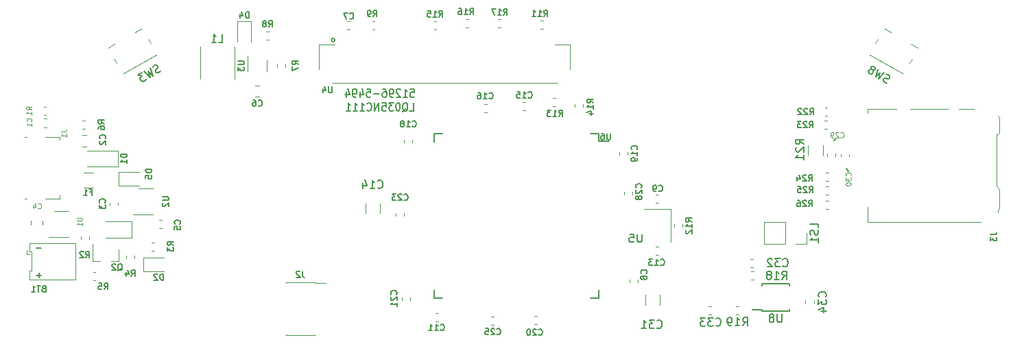
<source format=gbr>
G04 #@! TF.GenerationSoftware,KiCad,Pcbnew,5.1.3-ffb9f22~84~ubuntu18.10.1*
G04 #@! TF.CreationDate,2019-11-11T13:28:35-06:00*
G04 #@! TF.ProjectId,BurnedHead,4275726e-6564-4486-9561-642e6b696361,rev?*
G04 #@! TF.SameCoordinates,Original*
G04 #@! TF.FileFunction,Legend,Bot*
G04 #@! TF.FilePolarity,Positive*
%FSLAX46Y46*%
G04 Gerber Fmt 4.6, Leading zero omitted, Abs format (unit mm)*
G04 Created by KiCad (PCBNEW 5.1.3-ffb9f22~84~ubuntu18.10.1) date 2019-11-11 13:28:35*
%MOMM*%
%LPD*%
G04 APERTURE LIST*
%ADD10C,0.127000*%
%ADD11C,0.120000*%
%ADD12C,0.150000*%
%ADD13C,0.050000*%
%ADD14C,0.101600*%
G04 APERTURE END LIST*
D10*
X156995585Y-170386828D02*
X156415014Y-170386828D01*
X157015905Y-173747248D02*
X156435334Y-173747248D01*
X156725620Y-174037534D02*
X156725620Y-173456962D01*
X193282058Y-144673320D02*
G75*
G03X193282058Y-144673320I-209038J0D01*
G01*
X255176020Y-156862780D02*
X254855980Y-157096460D01*
X256697480Y-160916620D02*
X256451100Y-160594040D01*
D11*
X176667740Y-149462240D02*
X176667740Y-145462240D01*
X180867740Y-149462240D02*
X180867740Y-145462240D01*
D12*
X246030880Y-177981740D02*
X244780880Y-177981740D01*
X246030880Y-174806740D02*
X249380880Y-174806740D01*
X246030880Y-178156740D02*
X249380880Y-178156740D01*
X246030880Y-174806740D02*
X246030880Y-175056740D01*
X249380880Y-174806740D02*
X249380880Y-175056740D01*
X249380880Y-178156740D02*
X249380880Y-177906740D01*
X246030880Y-178156740D02*
X246030880Y-177981740D01*
D11*
X242823781Y-177577020D02*
X243149339Y-177577020D01*
X242823781Y-178597020D02*
X243149339Y-178597020D01*
X244962899Y-174294260D02*
X244637341Y-174294260D01*
X244962899Y-173274260D02*
X244637341Y-173274260D01*
X251474280Y-169846300D02*
X251474280Y-168516300D01*
X250144280Y-169846300D02*
X251474280Y-169846300D01*
X248874280Y-169846300D02*
X248874280Y-167186300D01*
X248874280Y-167186300D02*
X246274280Y-167186300D01*
X248874280Y-169846300D02*
X246274280Y-169846300D01*
X246274280Y-169846300D02*
X246274280Y-167186300D01*
X252399260Y-176833713D02*
X252399260Y-177176247D01*
X251379260Y-176833713D02*
X251379260Y-177176247D01*
X239718667Y-178558920D02*
X239376133Y-178558920D01*
X239718667Y-177538920D02*
X239376133Y-177538920D01*
X244588213Y-171714700D02*
X244930747Y-171714700D01*
X244588213Y-172734700D02*
X244930747Y-172734700D01*
X202789347Y-157040529D02*
X202789347Y-157366087D01*
X201769347Y-157040529D02*
X201769347Y-157366087D01*
X201777060Y-166100541D02*
X201777060Y-166426099D01*
X200757060Y-166100541D02*
X200757060Y-166426099D01*
X201515593Y-176781847D02*
X201515593Y-176456289D01*
X202535593Y-176781847D02*
X202535593Y-176456289D01*
X206022159Y-179432680D02*
X205696601Y-179432680D01*
X206022159Y-178412680D02*
X205696601Y-178412680D01*
X212583294Y-178805706D02*
X212908852Y-178805706D01*
X212583294Y-179825706D02*
X212908852Y-179825706D01*
X217870821Y-178773360D02*
X218196379Y-178773360D01*
X217870821Y-179793360D02*
X218196379Y-179793360D01*
X230649240Y-174297121D02*
X230649240Y-174622679D01*
X229629240Y-174297121D02*
X229629240Y-174622679D01*
X233203492Y-171257097D02*
X232877934Y-171257097D01*
X233203492Y-170237097D02*
X232877934Y-170237097D01*
X236224726Y-167431364D02*
X236224726Y-167756922D01*
X235204726Y-167431364D02*
X235204726Y-167756922D01*
X232894762Y-163751057D02*
X233220320Y-163751057D01*
X232894762Y-164771057D02*
X233220320Y-164771057D01*
X228968426Y-163793289D02*
X228968426Y-163467731D01*
X229988426Y-163793289D02*
X229988426Y-163467731D01*
X228394800Y-158875125D02*
X228394800Y-158549567D01*
X229414800Y-158875125D02*
X229414800Y-158549567D01*
X253898181Y-164503640D02*
X254223739Y-164503640D01*
X253898181Y-165523640D02*
X254223739Y-165523640D01*
X253901345Y-162776440D02*
X254226903Y-162776440D01*
X253901345Y-163796440D02*
X254226903Y-163796440D01*
X253900721Y-161092420D02*
X254226279Y-161092420D01*
X253900721Y-162112420D02*
X254226279Y-162112420D01*
X254078783Y-159026408D02*
X254078783Y-158700850D01*
X255098783Y-159026408D02*
X255098783Y-158700850D01*
X255776552Y-159064994D02*
X255776552Y-158739436D01*
X256796552Y-159064994D02*
X256796552Y-158739436D01*
X253750861Y-154602720D02*
X254076419Y-154602720D01*
X253750861Y-155622720D02*
X254076419Y-155622720D01*
X253758704Y-153032051D02*
X254084262Y-153032051D01*
X253758704Y-154052051D02*
X254084262Y-154052051D01*
X222921100Y-152931079D02*
X222921100Y-152605521D01*
X223941100Y-152931079D02*
X223941100Y-152605521D01*
X220200001Y-151799710D02*
X220525559Y-151799710D01*
X220200001Y-152819710D02*
X220525559Y-152819710D01*
X216819699Y-153390060D02*
X216494141Y-153390060D01*
X216819699Y-152370060D02*
X216494141Y-152370060D01*
X212021639Y-153587506D02*
X211696081Y-153587506D01*
X212021639Y-152567506D02*
X211696081Y-152567506D01*
X218678541Y-142286260D02*
X219004099Y-142286260D01*
X218678541Y-143306260D02*
X219004099Y-143306260D01*
X213415661Y-142131320D02*
X213741219Y-142131320D01*
X213415661Y-143151320D02*
X213741219Y-143151320D01*
X209410081Y-142126240D02*
X209735639Y-142126240D01*
X209410081Y-143146240D02*
X209735639Y-143146240D01*
X205824039Y-143339280D02*
X205498481Y-143339280D01*
X205824039Y-142319280D02*
X205498481Y-142319280D01*
X197882973Y-142338379D02*
X198208531Y-142338379D01*
X197882973Y-143358379D02*
X198208531Y-143358379D01*
X194788801Y-142364429D02*
X195114359Y-142364429D01*
X194788801Y-143384429D02*
X195114359Y-143384429D01*
X183423561Y-150282542D02*
X183940717Y-150282542D01*
X183423561Y-151702542D02*
X183940717Y-151702542D01*
X187192290Y-147729609D02*
X187192290Y-148055167D01*
X186172290Y-147729609D02*
X186172290Y-148055167D01*
X185152989Y-144606162D02*
X184827431Y-144606162D01*
X185152989Y-143586162D02*
X184827431Y-143586162D01*
X161943320Y-169250579D02*
X161943320Y-168925021D01*
X162963320Y-169250579D02*
X162963320Y-168925021D01*
X157159245Y-166998681D02*
X157159245Y-167515837D01*
X155739245Y-166998681D02*
X155739245Y-167515837D01*
X163421935Y-173356325D02*
X163747493Y-173356325D01*
X163421935Y-174376325D02*
X163747493Y-174376325D01*
X168545778Y-171292250D02*
X168545778Y-171617808D01*
X167525778Y-171292250D02*
X167525778Y-171617808D01*
X169594400Y-173285520D02*
X172144400Y-173285520D01*
X169594400Y-171585520D02*
X172144400Y-171585520D01*
X169594400Y-173285520D02*
X169594400Y-171585520D01*
X170690321Y-169667460D02*
X171015879Y-169667460D01*
X170690321Y-170687460D02*
X171015879Y-170687460D01*
X171940439Y-167949340D02*
X171614881Y-167949340D01*
X171940439Y-166929340D02*
X171614881Y-166929340D01*
X165514889Y-165086392D02*
X165514889Y-164760834D01*
X166534889Y-165086392D02*
X166534889Y-164760834D01*
X166599740Y-162650540D02*
X169149740Y-162650540D01*
X166599740Y-160950540D02*
X169149740Y-160950540D01*
X166599740Y-162650540D02*
X166599740Y-160950540D01*
X163443446Y-162895489D02*
X162239318Y-162895489D01*
X163443446Y-161075489D02*
X162239318Y-161075489D01*
X162592601Y-157816190D02*
X162075445Y-157816190D01*
X162592601Y-156396190D02*
X162075445Y-156396190D01*
X162454767Y-155638199D02*
X162129209Y-155638199D01*
X162454767Y-154618199D02*
X162129209Y-154618199D01*
X157653368Y-153938671D02*
X157327810Y-153938671D01*
X157653368Y-152918671D02*
X157327810Y-152918671D01*
X157672661Y-155438426D02*
X157347103Y-155438426D01*
X157672661Y-154418426D02*
X157347103Y-154418426D01*
X233413980Y-176164156D02*
X233413980Y-177368284D01*
X231593980Y-176164156D02*
X231593980Y-177368284D01*
X234705160Y-165589200D02*
X234705160Y-169589200D01*
X231405160Y-165589200D02*
X234705160Y-165589200D01*
X253507920Y-158910104D02*
X253507920Y-157705976D01*
X251687920Y-158910104D02*
X251687920Y-157705976D01*
D13*
X191335000Y-145205000D02*
X193235000Y-145205000D01*
X191335000Y-148305000D02*
X191335000Y-145205000D01*
X220735000Y-150005000D02*
X192935000Y-150005000D01*
X222335000Y-145205000D02*
X220435000Y-145205000D01*
X222335000Y-148305000D02*
X222335000Y-145205000D01*
D11*
X197026800Y-166100404D02*
X197026800Y-164896276D01*
X198846800Y-166100404D02*
X198846800Y-164896276D01*
X264414086Y-145160353D02*
X265215160Y-145622853D01*
X259995738Y-145063157D02*
X260270738Y-144586843D01*
X264239262Y-147513157D02*
X264514262Y-147036843D01*
X259294840Y-146477147D02*
X263365160Y-148827147D01*
X261144840Y-143272853D02*
X261945914Y-143735353D01*
X168584086Y-143735353D02*
X169385160Y-143272853D01*
X166290738Y-147513157D02*
X166015738Y-147036843D01*
X170534262Y-145063157D02*
X170259262Y-144586843D01*
X167164840Y-148827147D02*
X171235160Y-146477147D01*
X165314840Y-145622853D02*
X166115914Y-145160353D01*
X259020000Y-165260000D02*
X259020000Y-167180000D01*
X259020000Y-167180000D02*
X273030000Y-167180000D01*
X259020000Y-153660000D02*
X259020000Y-153210000D01*
X259020000Y-153210000D02*
X262630000Y-153210000D01*
X275290000Y-165500000D02*
X275290000Y-163190000D01*
X275290000Y-154240000D02*
X275290000Y-156100000D01*
X275290000Y-154240000D02*
X275090000Y-154040000D01*
X264330000Y-153210000D02*
X269030000Y-153210000D01*
X270330000Y-153210000D02*
X272130000Y-153210000D01*
X274940000Y-156310000D02*
X274940000Y-162680000D01*
X274940000Y-156310000D02*
X275090000Y-156310000D01*
X275290000Y-156100000D02*
X275090000Y-156310000D01*
X275290000Y-165500000D02*
X275090000Y-165700000D01*
X275090000Y-165700000D02*
X275090000Y-165960000D01*
X275290000Y-163190000D02*
X274940000Y-162680000D01*
X166556000Y-172015000D02*
X166556000Y-170555000D01*
X163396000Y-172015000D02*
X163396000Y-169855000D01*
X163396000Y-172015000D02*
X164326000Y-172015000D01*
X166556000Y-172015000D02*
X165626000Y-172015000D01*
X158615000Y-165835000D02*
X160415000Y-165835000D01*
X160415000Y-169055000D02*
X157965000Y-169055000D01*
X155571000Y-171132000D02*
X155271000Y-171132000D01*
X155271000Y-171132000D02*
X155271000Y-170632000D01*
X155861000Y-172007000D02*
X155861000Y-170842000D01*
X155861000Y-170842000D02*
X155561000Y-170842000D01*
X155561000Y-170842000D02*
X155561000Y-169772000D01*
X155561000Y-169772000D02*
X161281000Y-169772000D01*
X161281000Y-169772000D02*
X161281000Y-172007000D01*
X155861000Y-172007000D02*
X155861000Y-173172000D01*
X155861000Y-173172000D02*
X155561000Y-173172000D01*
X155561000Y-173172000D02*
X155561000Y-174242000D01*
X155561000Y-174242000D02*
X161281000Y-174242000D01*
X161281000Y-174242000D02*
X161281000Y-172007000D01*
X187261800Y-181041120D02*
X187261800Y-181106120D01*
X190791800Y-181041120D02*
X190791800Y-181106120D01*
X187261800Y-174636120D02*
X187261800Y-174701120D01*
X190791800Y-174636120D02*
X190791800Y-174701120D01*
X192116800Y-174701120D02*
X190791800Y-174701120D01*
X190791800Y-181106120D02*
X187261800Y-181106120D01*
X190791800Y-174636120D02*
X187261800Y-174636120D01*
X166541000Y-158317000D02*
X162691000Y-158317000D01*
X166541000Y-160317000D02*
X162691000Y-160317000D01*
X166541000Y-158317000D02*
X166541000Y-160317000D01*
X164992000Y-167080000D02*
X168192000Y-167080000D01*
X168192000Y-169080000D02*
X164992000Y-169080000D01*
X168192000Y-169080000D02*
X168192000Y-167080000D01*
X181255000Y-142375000D02*
X182955000Y-142375000D01*
X182955000Y-142375000D02*
X182955000Y-144925000D01*
X181255000Y-142375000D02*
X181255000Y-144925000D01*
X159320000Y-156650000D02*
X159320000Y-157030000D01*
X155270000Y-156650000D02*
X155010000Y-156650000D01*
X159320000Y-156650000D02*
X157550000Y-156650000D01*
X159320000Y-164270000D02*
X159320000Y-163890000D01*
X157550000Y-164270000D02*
X159320000Y-164270000D01*
X155010000Y-164270000D02*
X155270000Y-164270000D01*
X170829000Y-166261000D02*
X168379000Y-166261000D01*
X169029000Y-163041000D02*
X170829000Y-163041000D01*
X182535000Y-148575000D02*
X182535000Y-146675000D01*
X184855000Y-147175000D02*
X184855000Y-148575000D01*
D12*
X225850000Y-157215000D02*
X227150000Y-157215000D01*
X205500000Y-156240000D02*
X206550000Y-156240000D01*
X205500000Y-176590000D02*
X206550000Y-176590000D01*
X225850000Y-176590000D02*
X224800000Y-176590000D01*
X225850000Y-156240000D02*
X224800000Y-156240000D01*
X225850000Y-176590000D02*
X225850000Y-175540000D01*
X205500000Y-176590000D02*
X205500000Y-175540000D01*
X205500000Y-156240000D02*
X205500000Y-157290000D01*
X225850000Y-156240000D02*
X225850000Y-157215000D01*
X178919166Y-144947900D02*
X179395357Y-144947900D01*
X179395357Y-143947900D01*
X178062023Y-144947900D02*
X178633452Y-144947900D01*
X178347738Y-144947900D02*
X178347738Y-143947900D01*
X178442976Y-144090758D01*
X178538214Y-144185996D01*
X178633452Y-144233615D01*
X248467784Y-178534120D02*
X248467784Y-179343644D01*
X248420165Y-179438882D01*
X248372546Y-179486501D01*
X248277308Y-179534120D01*
X248086832Y-179534120D01*
X247991594Y-179486501D01*
X247943975Y-179438882D01*
X247896356Y-179343644D01*
X247896356Y-178534120D01*
X247277308Y-178962692D02*
X247372546Y-178915073D01*
X247420165Y-178867454D01*
X247467784Y-178772216D01*
X247467784Y-178724597D01*
X247420165Y-178629359D01*
X247372546Y-178581740D01*
X247277308Y-178534120D01*
X247086832Y-178534120D01*
X246991594Y-178581740D01*
X246943975Y-178629359D01*
X246896356Y-178724597D01*
X246896356Y-178772216D01*
X246943975Y-178867454D01*
X246991594Y-178915073D01*
X247086832Y-178962692D01*
X247277308Y-178962692D01*
X247372546Y-179010311D01*
X247420165Y-179057930D01*
X247467784Y-179153168D01*
X247467784Y-179343644D01*
X247420165Y-179438882D01*
X247372546Y-179486501D01*
X247277308Y-179534120D01*
X247086832Y-179534120D01*
X246991594Y-179486501D01*
X246943975Y-179438882D01*
X246896356Y-179343644D01*
X246896356Y-179153168D01*
X246943975Y-179057930D01*
X246991594Y-179010311D01*
X247086832Y-178962692D01*
X243629417Y-179969400D02*
X243962750Y-179493210D01*
X244200845Y-179969400D02*
X244200845Y-178969400D01*
X243819893Y-178969400D01*
X243724655Y-179017020D01*
X243677036Y-179064639D01*
X243629417Y-179159877D01*
X243629417Y-179302734D01*
X243677036Y-179397972D01*
X243724655Y-179445591D01*
X243819893Y-179493210D01*
X244200845Y-179493210D01*
X242677036Y-179969400D02*
X243248464Y-179969400D01*
X242962750Y-179969400D02*
X242962750Y-178969400D01*
X243057988Y-179112258D01*
X243153226Y-179207496D01*
X243248464Y-179255115D01*
X242200845Y-179969400D02*
X242010369Y-179969400D01*
X241915131Y-179921781D01*
X241867512Y-179874162D01*
X241772274Y-179731305D01*
X241724655Y-179540829D01*
X241724655Y-179159877D01*
X241772274Y-179064639D01*
X241819893Y-179017020D01*
X241915131Y-178969400D01*
X242105607Y-178969400D01*
X242200845Y-179017020D01*
X242248464Y-179064639D01*
X242296083Y-179159877D01*
X242296083Y-179397972D01*
X242248464Y-179493210D01*
X242200845Y-179540829D01*
X242105607Y-179588448D01*
X241915131Y-179588448D01*
X241819893Y-179540829D01*
X241772274Y-179493210D01*
X241724655Y-179397972D01*
X248483357Y-174239180D02*
X248816690Y-173762990D01*
X249054785Y-174239180D02*
X249054785Y-173239180D01*
X248673833Y-173239180D01*
X248578595Y-173286800D01*
X248530976Y-173334419D01*
X248483357Y-173429657D01*
X248483357Y-173572514D01*
X248530976Y-173667752D01*
X248578595Y-173715371D01*
X248673833Y-173762990D01*
X249054785Y-173762990D01*
X247530976Y-174239180D02*
X248102404Y-174239180D01*
X247816690Y-174239180D02*
X247816690Y-173239180D01*
X247911928Y-173382038D01*
X248007166Y-173477276D01*
X248102404Y-173524895D01*
X246959547Y-173667752D02*
X247054785Y-173620133D01*
X247102404Y-173572514D01*
X247150023Y-173477276D01*
X247150023Y-173429657D01*
X247102404Y-173334419D01*
X247054785Y-173286800D01*
X246959547Y-173239180D01*
X246769071Y-173239180D01*
X246673833Y-173286800D01*
X246626214Y-173334419D01*
X246578595Y-173429657D01*
X246578595Y-173477276D01*
X246626214Y-173572514D01*
X246673833Y-173620133D01*
X246769071Y-173667752D01*
X246959547Y-173667752D01*
X247054785Y-173715371D01*
X247102404Y-173762990D01*
X247150023Y-173858228D01*
X247150023Y-174048704D01*
X247102404Y-174143942D01*
X247054785Y-174191561D01*
X246959547Y-174239180D01*
X246769071Y-174239180D01*
X246673833Y-174191561D01*
X246626214Y-174143942D01*
X246578595Y-174048704D01*
X246578595Y-173858228D01*
X246626214Y-173762990D01*
X246673833Y-173715371D01*
X246769071Y-173667752D01*
X252926660Y-167873442D02*
X252926660Y-167397252D01*
X251926660Y-167397252D01*
X252879041Y-168159157D02*
X252926660Y-168302014D01*
X252926660Y-168540109D01*
X252879041Y-168635347D01*
X252831422Y-168682966D01*
X252736184Y-168730585D01*
X252640946Y-168730585D01*
X252545708Y-168682966D01*
X252498089Y-168635347D01*
X252450470Y-168540109D01*
X252402851Y-168349633D01*
X252355232Y-168254395D01*
X252307613Y-168206776D01*
X252212375Y-168159157D01*
X252117137Y-168159157D01*
X252021899Y-168206776D01*
X251974280Y-168254395D01*
X251926660Y-168349633D01*
X251926660Y-168587728D01*
X251974280Y-168730585D01*
X252926660Y-169682966D02*
X252926660Y-169111538D01*
X252926660Y-169397252D02*
X251926660Y-169397252D01*
X252069518Y-169302014D01*
X252164756Y-169206776D01*
X252212375Y-169111538D01*
X253869462Y-176402762D02*
X253917081Y-176355143D01*
X253964700Y-176212286D01*
X253964700Y-176117048D01*
X253917081Y-175974191D01*
X253821843Y-175878953D01*
X253726605Y-175831334D01*
X253536129Y-175783715D01*
X253393272Y-175783715D01*
X253202796Y-175831334D01*
X253107558Y-175878953D01*
X253012320Y-175974191D01*
X252964700Y-176117048D01*
X252964700Y-176212286D01*
X253012320Y-176355143D01*
X253059939Y-176402762D01*
X252964700Y-176736096D02*
X252964700Y-177355143D01*
X253345653Y-177021810D01*
X253345653Y-177164667D01*
X253393272Y-177259905D01*
X253440891Y-177307524D01*
X253536129Y-177355143D01*
X253774224Y-177355143D01*
X253869462Y-177307524D01*
X253917081Y-177259905D01*
X253964700Y-177164667D01*
X253964700Y-176878953D01*
X253917081Y-176783715D01*
X253869462Y-176736096D01*
X253298034Y-178212286D02*
X253964700Y-178212286D01*
X252917081Y-177974191D02*
X253631367Y-177736096D01*
X253631367Y-178355143D01*
X240289317Y-179924982D02*
X240336936Y-179972601D01*
X240479793Y-180020220D01*
X240575031Y-180020220D01*
X240717888Y-179972601D01*
X240813126Y-179877363D01*
X240860745Y-179782125D01*
X240908364Y-179591649D01*
X240908364Y-179448792D01*
X240860745Y-179258316D01*
X240813126Y-179163078D01*
X240717888Y-179067840D01*
X240575031Y-179020220D01*
X240479793Y-179020220D01*
X240336936Y-179067840D01*
X240289317Y-179115459D01*
X239955983Y-179020220D02*
X239336936Y-179020220D01*
X239670269Y-179401173D01*
X239527412Y-179401173D01*
X239432174Y-179448792D01*
X239384555Y-179496411D01*
X239336936Y-179591649D01*
X239336936Y-179829744D01*
X239384555Y-179924982D01*
X239432174Y-179972601D01*
X239527412Y-180020220D01*
X239813126Y-180020220D01*
X239908364Y-179972601D01*
X239955983Y-179924982D01*
X239003602Y-179020220D02*
X238384555Y-179020220D01*
X238717888Y-179401173D01*
X238575031Y-179401173D01*
X238479793Y-179448792D01*
X238432174Y-179496411D01*
X238384555Y-179591649D01*
X238384555Y-179829744D01*
X238432174Y-179924982D01*
X238479793Y-179972601D01*
X238575031Y-180020220D01*
X238860745Y-180020220D01*
X238955983Y-179972601D01*
X239003602Y-179924982D01*
X248584957Y-172594542D02*
X248632576Y-172642161D01*
X248775433Y-172689780D01*
X248870671Y-172689780D01*
X249013528Y-172642161D01*
X249108766Y-172546923D01*
X249156385Y-172451685D01*
X249204004Y-172261209D01*
X249204004Y-172118352D01*
X249156385Y-171927876D01*
X249108766Y-171832638D01*
X249013528Y-171737400D01*
X248870671Y-171689780D01*
X248775433Y-171689780D01*
X248632576Y-171737400D01*
X248584957Y-171785019D01*
X248251623Y-171689780D02*
X247632576Y-171689780D01*
X247965909Y-172070733D01*
X247823052Y-172070733D01*
X247727814Y-172118352D01*
X247680195Y-172165971D01*
X247632576Y-172261209D01*
X247632576Y-172499304D01*
X247680195Y-172594542D01*
X247727814Y-172642161D01*
X247823052Y-172689780D01*
X248108766Y-172689780D01*
X248204004Y-172642161D01*
X248251623Y-172594542D01*
X247251623Y-171785019D02*
X247204004Y-171737400D01*
X247108766Y-171689780D01*
X246870671Y-171689780D01*
X246775433Y-171737400D01*
X246727814Y-171785019D01*
X246680195Y-171880257D01*
X246680195Y-171975495D01*
X246727814Y-172118352D01*
X247299242Y-172689780D01*
X246680195Y-172689780D01*
D10*
X202831337Y-155334062D02*
X202867622Y-155370348D01*
X202976480Y-155406634D01*
X203049051Y-155406634D01*
X203157908Y-155370348D01*
X203230480Y-155297777D01*
X203266765Y-155225205D01*
X203303051Y-155080062D01*
X203303051Y-154971205D01*
X203266765Y-154826062D01*
X203230480Y-154753491D01*
X203157908Y-154680920D01*
X203049051Y-154644634D01*
X202976480Y-154644634D01*
X202867622Y-154680920D01*
X202831337Y-154717205D01*
X202105622Y-155406634D02*
X202541051Y-155406634D01*
X202323337Y-155406634D02*
X202323337Y-154644634D01*
X202395908Y-154753491D01*
X202468480Y-154826062D01*
X202541051Y-154862348D01*
X201670194Y-154971205D02*
X201742765Y-154934920D01*
X201779051Y-154898634D01*
X201815337Y-154826062D01*
X201815337Y-154789777D01*
X201779051Y-154717205D01*
X201742765Y-154680920D01*
X201670194Y-154644634D01*
X201525051Y-154644634D01*
X201452480Y-154680920D01*
X201416194Y-154717205D01*
X201379908Y-154789777D01*
X201379908Y-154826062D01*
X201416194Y-154898634D01*
X201452480Y-154934920D01*
X201525051Y-154971205D01*
X201670194Y-154971205D01*
X201742765Y-155007491D01*
X201779051Y-155043777D01*
X201815337Y-155116348D01*
X201815337Y-155261491D01*
X201779051Y-155334062D01*
X201742765Y-155370348D01*
X201670194Y-155406634D01*
X201525051Y-155406634D01*
X201452480Y-155370348D01*
X201416194Y-155334062D01*
X201379908Y-155261491D01*
X201379908Y-155116348D01*
X201416194Y-155043777D01*
X201452480Y-155007491D01*
X201525051Y-154971205D01*
X201807717Y-164417102D02*
X201844002Y-164453388D01*
X201952860Y-164489674D01*
X202025431Y-164489674D01*
X202134288Y-164453388D01*
X202206860Y-164380817D01*
X202243145Y-164308245D01*
X202279431Y-164163102D01*
X202279431Y-164054245D01*
X202243145Y-163909102D01*
X202206860Y-163836531D01*
X202134288Y-163763960D01*
X202025431Y-163727674D01*
X201952860Y-163727674D01*
X201844002Y-163763960D01*
X201807717Y-163800245D01*
X201517431Y-163800245D02*
X201481145Y-163763960D01*
X201408574Y-163727674D01*
X201227145Y-163727674D01*
X201154574Y-163763960D01*
X201118288Y-163800245D01*
X201082002Y-163872817D01*
X201082002Y-163945388D01*
X201118288Y-164054245D01*
X201553717Y-164489674D01*
X201082002Y-164489674D01*
X200828002Y-163727674D02*
X200356288Y-163727674D01*
X200610288Y-164017960D01*
X200501431Y-164017960D01*
X200428860Y-164054245D01*
X200392574Y-164090531D01*
X200356288Y-164163102D01*
X200356288Y-164344531D01*
X200392574Y-164417102D01*
X200428860Y-164453388D01*
X200501431Y-164489674D01*
X200719145Y-164489674D01*
X200791717Y-164453388D01*
X200828002Y-164417102D01*
X200853402Y-176096022D02*
X200889688Y-176059737D01*
X200925974Y-175950880D01*
X200925974Y-175878308D01*
X200889688Y-175769451D01*
X200817117Y-175696880D01*
X200744545Y-175660594D01*
X200599402Y-175624308D01*
X200490545Y-175624308D01*
X200345402Y-175660594D01*
X200272831Y-175696880D01*
X200200260Y-175769451D01*
X200163974Y-175878308D01*
X200163974Y-175950880D01*
X200200260Y-176059737D01*
X200236545Y-176096022D01*
X200236545Y-176386308D02*
X200200260Y-176422594D01*
X200163974Y-176495165D01*
X200163974Y-176676594D01*
X200200260Y-176749165D01*
X200236545Y-176785451D01*
X200309117Y-176821737D01*
X200381688Y-176821737D01*
X200490545Y-176785451D01*
X200925974Y-176350022D01*
X200925974Y-176821737D01*
X200925974Y-177547451D02*
X200925974Y-177112022D01*
X200925974Y-177329737D02*
X200163974Y-177329737D01*
X200272831Y-177257165D01*
X200345402Y-177184594D01*
X200381688Y-177112022D01*
X206321297Y-180497842D02*
X206357582Y-180534128D01*
X206466440Y-180570414D01*
X206539011Y-180570414D01*
X206647868Y-180534128D01*
X206720440Y-180461557D01*
X206756725Y-180388985D01*
X206793011Y-180243842D01*
X206793011Y-180134985D01*
X206756725Y-179989842D01*
X206720440Y-179917271D01*
X206647868Y-179844700D01*
X206539011Y-179808414D01*
X206466440Y-179808414D01*
X206357582Y-179844700D01*
X206321297Y-179880985D01*
X205595582Y-180570414D02*
X206031011Y-180570414D01*
X205813297Y-180570414D02*
X205813297Y-179808414D01*
X205885868Y-179917271D01*
X205958440Y-179989842D01*
X206031011Y-180026128D01*
X204869868Y-180570414D02*
X205305297Y-180570414D01*
X205087582Y-180570414D02*
X205087582Y-179808414D01*
X205160154Y-179917271D01*
X205232725Y-179989842D01*
X205305297Y-180026128D01*
X213259857Y-181012142D02*
X213296142Y-181048428D01*
X213405000Y-181084714D01*
X213477571Y-181084714D01*
X213586428Y-181048428D01*
X213659000Y-180975857D01*
X213695285Y-180903285D01*
X213731571Y-180758142D01*
X213731571Y-180649285D01*
X213695285Y-180504142D01*
X213659000Y-180431571D01*
X213586428Y-180359000D01*
X213477571Y-180322714D01*
X213405000Y-180322714D01*
X213296142Y-180359000D01*
X213259857Y-180395285D01*
X212969571Y-180395285D02*
X212933285Y-180359000D01*
X212860714Y-180322714D01*
X212679285Y-180322714D01*
X212606714Y-180359000D01*
X212570428Y-180395285D01*
X212534142Y-180467857D01*
X212534142Y-180540428D01*
X212570428Y-180649285D01*
X213005857Y-181084714D01*
X212534142Y-181084714D01*
X211844714Y-180322714D02*
X212207571Y-180322714D01*
X212243857Y-180685571D01*
X212207571Y-180649285D01*
X212135000Y-180613000D01*
X211953571Y-180613000D01*
X211881000Y-180649285D01*
X211844714Y-180685571D01*
X211808428Y-180758142D01*
X211808428Y-180939571D01*
X211844714Y-181012142D01*
X211881000Y-181048428D01*
X211953571Y-181084714D01*
X212135000Y-181084714D01*
X212207571Y-181048428D01*
X212243857Y-181012142D01*
X218428277Y-181084860D02*
X218464562Y-181121146D01*
X218573420Y-181157432D01*
X218645991Y-181157432D01*
X218754848Y-181121146D01*
X218827420Y-181048575D01*
X218863705Y-180976003D01*
X218899991Y-180830860D01*
X218899991Y-180722003D01*
X218863705Y-180576860D01*
X218827420Y-180504289D01*
X218754848Y-180431718D01*
X218645991Y-180395432D01*
X218573420Y-180395432D01*
X218464562Y-180431718D01*
X218428277Y-180468003D01*
X218137991Y-180468003D02*
X218101705Y-180431718D01*
X218029134Y-180395432D01*
X217847705Y-180395432D01*
X217775134Y-180431718D01*
X217738848Y-180468003D01*
X217702562Y-180540575D01*
X217702562Y-180613146D01*
X217738848Y-180722003D01*
X218174277Y-181157432D01*
X217702562Y-181157432D01*
X217230848Y-180395432D02*
X217158277Y-180395432D01*
X217085705Y-180431718D01*
X217049420Y-180468003D01*
X217013134Y-180540575D01*
X216976848Y-180685718D01*
X216976848Y-180867146D01*
X217013134Y-181012289D01*
X217049420Y-181084860D01*
X217085705Y-181121146D01*
X217158277Y-181157432D01*
X217230848Y-181157432D01*
X217303420Y-181121146D01*
X217339705Y-181084860D01*
X217375991Y-181012289D01*
X217412277Y-180867146D01*
X217412277Y-180685718D01*
X217375991Y-180540575D01*
X217339705Y-180468003D01*
X217303420Y-180431718D01*
X217230848Y-180395432D01*
X231722022Y-173530260D02*
X231758308Y-173493974D01*
X231794594Y-173385117D01*
X231794594Y-173312545D01*
X231758308Y-173203688D01*
X231685737Y-173131117D01*
X231613165Y-173094831D01*
X231468022Y-173058545D01*
X231359165Y-173058545D01*
X231214022Y-173094831D01*
X231141451Y-173131117D01*
X231068880Y-173203688D01*
X231032594Y-173312545D01*
X231032594Y-173385117D01*
X231068880Y-173493974D01*
X231105165Y-173530260D01*
X231359165Y-173965688D02*
X231322880Y-173893117D01*
X231286594Y-173856831D01*
X231214022Y-173820545D01*
X231177737Y-173820545D01*
X231105165Y-173856831D01*
X231068880Y-173893117D01*
X231032594Y-173965688D01*
X231032594Y-174110831D01*
X231068880Y-174183402D01*
X231105165Y-174219688D01*
X231177737Y-174255974D01*
X231214022Y-174255974D01*
X231286594Y-174219688D01*
X231322880Y-174183402D01*
X231359165Y-174110831D01*
X231359165Y-173965688D01*
X231395451Y-173893117D01*
X231431737Y-173856831D01*
X231504308Y-173820545D01*
X231649451Y-173820545D01*
X231722022Y-173856831D01*
X231758308Y-173893117D01*
X231794594Y-173965688D01*
X231794594Y-174110831D01*
X231758308Y-174183402D01*
X231722022Y-174219688D01*
X231649451Y-174255974D01*
X231504308Y-174255974D01*
X231431737Y-174219688D01*
X231395451Y-174183402D01*
X231359165Y-174110831D01*
X233473897Y-172443502D02*
X233510182Y-172479788D01*
X233619040Y-172516074D01*
X233691611Y-172516074D01*
X233800468Y-172479788D01*
X233873040Y-172407217D01*
X233909325Y-172334645D01*
X233945611Y-172189502D01*
X233945611Y-172080645D01*
X233909325Y-171935502D01*
X233873040Y-171862931D01*
X233800468Y-171790360D01*
X233691611Y-171754074D01*
X233619040Y-171754074D01*
X233510182Y-171790360D01*
X233473897Y-171826645D01*
X232748182Y-172516074D02*
X233183611Y-172516074D01*
X232965897Y-172516074D02*
X232965897Y-171754074D01*
X233038468Y-171862931D01*
X233111040Y-171935502D01*
X233183611Y-171971788D01*
X232494182Y-171754074D02*
X232022468Y-171754074D01*
X232276468Y-172044360D01*
X232167611Y-172044360D01*
X232095040Y-172080645D01*
X232058754Y-172116931D01*
X232022468Y-172189502D01*
X232022468Y-172370931D01*
X232058754Y-172443502D01*
X232095040Y-172479788D01*
X232167611Y-172516074D01*
X232385325Y-172516074D01*
X232457897Y-172479788D01*
X232494182Y-172443502D01*
X237331794Y-167132362D02*
X236968937Y-166878362D01*
X237331794Y-166696934D02*
X236569794Y-166696934D01*
X236569794Y-166987220D01*
X236606080Y-167059791D01*
X236642365Y-167096077D01*
X236714937Y-167132362D01*
X236823794Y-167132362D01*
X236896365Y-167096077D01*
X236932651Y-167059791D01*
X236968937Y-166987220D01*
X236968937Y-166696934D01*
X237331794Y-167858077D02*
X237331794Y-167422648D01*
X237331794Y-167640362D02*
X236569794Y-167640362D01*
X236678651Y-167567791D01*
X236751222Y-167495220D01*
X236787508Y-167422648D01*
X236642365Y-168148362D02*
X236606080Y-168184648D01*
X236569794Y-168257220D01*
X236569794Y-168438648D01*
X236606080Y-168511220D01*
X236642365Y-168547505D01*
X236714937Y-168583791D01*
X236787508Y-168583791D01*
X236896365Y-168547505D01*
X237331794Y-168112077D01*
X237331794Y-168583791D01*
X233258360Y-163322362D02*
X233294645Y-163358648D01*
X233403502Y-163394934D01*
X233476074Y-163394934D01*
X233584931Y-163358648D01*
X233657502Y-163286077D01*
X233693788Y-163213505D01*
X233730074Y-163068362D01*
X233730074Y-162959505D01*
X233693788Y-162814362D01*
X233657502Y-162741791D01*
X233584931Y-162669220D01*
X233476074Y-162632934D01*
X233403502Y-162632934D01*
X233294645Y-162669220D01*
X233258360Y-162705505D01*
X232895502Y-163394934D02*
X232750360Y-163394934D01*
X232677788Y-163358648D01*
X232641502Y-163322362D01*
X232568931Y-163213505D01*
X232532645Y-163068362D01*
X232532645Y-162778077D01*
X232568931Y-162705505D01*
X232605217Y-162669220D01*
X232677788Y-162632934D01*
X232822931Y-162632934D01*
X232895502Y-162669220D01*
X232931788Y-162705505D01*
X232968074Y-162778077D01*
X232968074Y-162959505D01*
X232931788Y-163032077D01*
X232895502Y-163068362D01*
X232822931Y-163104648D01*
X232677788Y-163104648D01*
X232605217Y-163068362D01*
X232568931Y-163032077D01*
X232532645Y-162959505D01*
X231106702Y-162911942D02*
X231142988Y-162875657D01*
X231179274Y-162766800D01*
X231179274Y-162694228D01*
X231142988Y-162585371D01*
X231070417Y-162512800D01*
X230997845Y-162476514D01*
X230852702Y-162440228D01*
X230743845Y-162440228D01*
X230598702Y-162476514D01*
X230526131Y-162512800D01*
X230453560Y-162585371D01*
X230417274Y-162694228D01*
X230417274Y-162766800D01*
X230453560Y-162875657D01*
X230489845Y-162911942D01*
X230489845Y-163202228D02*
X230453560Y-163238514D01*
X230417274Y-163311085D01*
X230417274Y-163492514D01*
X230453560Y-163565085D01*
X230489845Y-163601371D01*
X230562417Y-163637657D01*
X230634988Y-163637657D01*
X230743845Y-163601371D01*
X231179274Y-163165942D01*
X231179274Y-163637657D01*
X230743845Y-164073085D02*
X230707560Y-164000514D01*
X230671274Y-163964228D01*
X230598702Y-163927942D01*
X230562417Y-163927942D01*
X230489845Y-163964228D01*
X230453560Y-164000514D01*
X230417274Y-164073085D01*
X230417274Y-164218228D01*
X230453560Y-164290800D01*
X230489845Y-164327085D01*
X230562417Y-164363371D01*
X230598702Y-164363371D01*
X230671274Y-164327085D01*
X230707560Y-164290800D01*
X230743845Y-164218228D01*
X230743845Y-164073085D01*
X230780131Y-164000514D01*
X230816417Y-163964228D01*
X230888988Y-163927942D01*
X231034131Y-163927942D01*
X231106702Y-163964228D01*
X231142988Y-164000514D01*
X231179274Y-164073085D01*
X231179274Y-164218228D01*
X231142988Y-164290800D01*
X231106702Y-164327085D01*
X231034131Y-164363371D01*
X230888988Y-164363371D01*
X230816417Y-164327085D01*
X230780131Y-164290800D01*
X230743845Y-164218228D01*
X230542502Y-158202282D02*
X230578788Y-158165997D01*
X230615074Y-158057140D01*
X230615074Y-157984568D01*
X230578788Y-157875711D01*
X230506217Y-157803140D01*
X230433645Y-157766854D01*
X230288502Y-157730568D01*
X230179645Y-157730568D01*
X230034502Y-157766854D01*
X229961931Y-157803140D01*
X229889360Y-157875711D01*
X229853074Y-157984568D01*
X229853074Y-158057140D01*
X229889360Y-158165997D01*
X229925645Y-158202282D01*
X230615074Y-158927997D02*
X230615074Y-158492568D01*
X230615074Y-158710282D02*
X229853074Y-158710282D01*
X229961931Y-158637711D01*
X230034502Y-158565140D01*
X230070788Y-158492568D01*
X230615074Y-159290854D02*
X230615074Y-159435997D01*
X230578788Y-159508568D01*
X230542502Y-159544854D01*
X230433645Y-159617425D01*
X230288502Y-159653711D01*
X229998217Y-159653711D01*
X229925645Y-159617425D01*
X229889360Y-159581140D01*
X229853074Y-159508568D01*
X229853074Y-159363425D01*
X229889360Y-159290854D01*
X229925645Y-159254568D01*
X229998217Y-159218282D01*
X230179645Y-159218282D01*
X230252217Y-159254568D01*
X230288502Y-159290854D01*
X230324788Y-159363425D01*
X230324788Y-159508568D01*
X230288502Y-159581140D01*
X230252217Y-159617425D01*
X230179645Y-159653711D01*
X251767370Y-165249357D02*
X252021370Y-164886500D01*
X252202798Y-165249357D02*
X252202798Y-164487357D01*
X251912513Y-164487357D01*
X251839941Y-164523643D01*
X251803655Y-164559928D01*
X251767370Y-164632500D01*
X251767370Y-164741357D01*
X251803655Y-164813928D01*
X251839941Y-164850214D01*
X251912513Y-164886500D01*
X252202798Y-164886500D01*
X251477084Y-164559928D02*
X251440798Y-164523643D01*
X251368227Y-164487357D01*
X251186798Y-164487357D01*
X251114227Y-164523643D01*
X251077941Y-164559928D01*
X251041655Y-164632500D01*
X251041655Y-164705071D01*
X251077941Y-164813928D01*
X251513370Y-165249357D01*
X251041655Y-165249357D01*
X250388513Y-164487357D02*
X250533655Y-164487357D01*
X250606227Y-164523643D01*
X250642513Y-164559928D01*
X250715084Y-164668785D01*
X250751370Y-164813928D01*
X250751370Y-165104214D01*
X250715084Y-165176785D01*
X250678798Y-165213071D01*
X250606227Y-165249357D01*
X250461084Y-165249357D01*
X250388513Y-165213071D01*
X250352227Y-165176785D01*
X250315941Y-165104214D01*
X250315941Y-164922785D01*
X250352227Y-164850214D01*
X250388513Y-164813928D01*
X250461084Y-164777643D01*
X250606227Y-164777643D01*
X250678798Y-164813928D01*
X250715084Y-164850214D01*
X250751370Y-164922785D01*
X251838097Y-163511564D02*
X252092097Y-163148707D01*
X252273525Y-163511564D02*
X252273525Y-162749564D01*
X251983240Y-162749564D01*
X251910668Y-162785850D01*
X251874382Y-162822135D01*
X251838097Y-162894707D01*
X251838097Y-163003564D01*
X251874382Y-163076135D01*
X251910668Y-163112421D01*
X251983240Y-163148707D01*
X252273525Y-163148707D01*
X251547811Y-162822135D02*
X251511525Y-162785850D01*
X251438954Y-162749564D01*
X251257525Y-162749564D01*
X251184954Y-162785850D01*
X251148668Y-162822135D01*
X251112382Y-162894707D01*
X251112382Y-162967278D01*
X251148668Y-163076135D01*
X251584097Y-163511564D01*
X251112382Y-163511564D01*
X250422954Y-162749564D02*
X250785811Y-162749564D01*
X250822097Y-163112421D01*
X250785811Y-163076135D01*
X250713240Y-163039850D01*
X250531811Y-163039850D01*
X250459240Y-163076135D01*
X250422954Y-163112421D01*
X250386668Y-163184992D01*
X250386668Y-163366421D01*
X250422954Y-163438992D01*
X250459240Y-163475278D01*
X250531811Y-163511564D01*
X250713240Y-163511564D01*
X250785811Y-163475278D01*
X250822097Y-163438992D01*
X251741786Y-162099557D02*
X251995786Y-161736700D01*
X252177214Y-162099557D02*
X252177214Y-161337557D01*
X251886929Y-161337557D01*
X251814357Y-161373843D01*
X251778071Y-161410128D01*
X251741786Y-161482700D01*
X251741786Y-161591557D01*
X251778071Y-161664128D01*
X251814357Y-161700414D01*
X251886929Y-161736700D01*
X252177214Y-161736700D01*
X251451500Y-161410128D02*
X251415214Y-161373843D01*
X251342643Y-161337557D01*
X251161214Y-161337557D01*
X251088643Y-161373843D01*
X251052357Y-161410128D01*
X251016071Y-161482700D01*
X251016071Y-161555271D01*
X251052357Y-161664128D01*
X251487786Y-162099557D01*
X251016071Y-162099557D01*
X250362929Y-161591557D02*
X250362929Y-162099557D01*
X250544357Y-161301271D02*
X250725786Y-161845557D01*
X250254071Y-161845557D01*
D14*
X255688374Y-156650145D02*
X255718612Y-156680383D01*
X255809326Y-156710621D01*
X255869802Y-156710621D01*
X255960517Y-156680383D01*
X256020993Y-156619907D01*
X256051231Y-156559431D01*
X256081469Y-156438479D01*
X256081469Y-156347764D01*
X256051231Y-156226812D01*
X256020993Y-156166336D01*
X255960517Y-156105860D01*
X255869802Y-156075621D01*
X255809326Y-156075621D01*
X255718612Y-156105860D01*
X255688374Y-156136098D01*
X255446469Y-156136098D02*
X255416231Y-156105860D01*
X255355755Y-156075621D01*
X255204564Y-156075621D01*
X255144088Y-156105860D01*
X255113850Y-156136098D01*
X255083612Y-156196574D01*
X255083612Y-156257050D01*
X255113850Y-156347764D01*
X255476707Y-156710621D01*
X255083612Y-156710621D01*
X254781231Y-156710621D02*
X254660279Y-156710621D01*
X254599802Y-156680383D01*
X254569564Y-156650145D01*
X254509088Y-156559431D01*
X254478850Y-156438479D01*
X254478850Y-156196574D01*
X254509088Y-156136098D01*
X254539326Y-156105860D01*
X254599802Y-156075621D01*
X254720755Y-156075621D01*
X254781231Y-156105860D01*
X254811469Y-156136098D01*
X254841707Y-156196574D01*
X254841707Y-156347764D01*
X254811469Y-156408240D01*
X254781231Y-156438479D01*
X254720755Y-156468717D01*
X254599802Y-156468717D01*
X254539326Y-156438479D01*
X254509088Y-156408240D01*
X254478850Y-156347764D01*
X256911565Y-161443125D02*
X256941803Y-161412887D01*
X256972041Y-161322173D01*
X256972041Y-161261697D01*
X256941803Y-161170982D01*
X256881327Y-161110506D01*
X256820851Y-161080268D01*
X256699899Y-161050030D01*
X256609184Y-161050030D01*
X256488232Y-161080268D01*
X256427756Y-161110506D01*
X256367280Y-161170982D01*
X256337041Y-161261697D01*
X256337041Y-161322173D01*
X256367280Y-161412887D01*
X256397518Y-161443125D01*
X256337041Y-161654792D02*
X256337041Y-162047887D01*
X256578946Y-161836220D01*
X256578946Y-161926935D01*
X256609184Y-161987411D01*
X256639422Y-162017649D01*
X256699899Y-162047887D01*
X256851089Y-162047887D01*
X256911565Y-162017649D01*
X256941803Y-161987411D01*
X256972041Y-161926935D01*
X256972041Y-161745506D01*
X256941803Y-161685030D01*
X256911565Y-161654792D01*
X256337041Y-162440982D02*
X256337041Y-162501459D01*
X256367280Y-162561935D01*
X256397518Y-162592173D01*
X256457994Y-162622411D01*
X256578946Y-162652649D01*
X256730137Y-162652649D01*
X256851089Y-162622411D01*
X256911565Y-162592173D01*
X256941803Y-162561935D01*
X256972041Y-162501459D01*
X256972041Y-162440982D01*
X256941803Y-162380506D01*
X256911565Y-162350268D01*
X256851089Y-162320030D01*
X256730137Y-162289792D01*
X256578946Y-162289792D01*
X256457994Y-162320030D01*
X256397518Y-162350268D01*
X256367280Y-162380506D01*
X256337041Y-162440982D01*
D10*
X251823807Y-155506252D02*
X252077807Y-155143395D01*
X252259235Y-155506252D02*
X252259235Y-154744252D01*
X251968950Y-154744252D01*
X251896378Y-154780538D01*
X251860092Y-154816823D01*
X251823807Y-154889395D01*
X251823807Y-154998252D01*
X251860092Y-155070823D01*
X251896378Y-155107109D01*
X251968950Y-155143395D01*
X252259235Y-155143395D01*
X251533521Y-154816823D02*
X251497235Y-154780538D01*
X251424664Y-154744252D01*
X251243235Y-154744252D01*
X251170664Y-154780538D01*
X251134378Y-154816823D01*
X251098092Y-154889395D01*
X251098092Y-154961966D01*
X251134378Y-155070823D01*
X251569807Y-155506252D01*
X251098092Y-155506252D01*
X250844092Y-154744252D02*
X250372378Y-154744252D01*
X250626378Y-155034538D01*
X250517521Y-155034538D01*
X250444950Y-155070823D01*
X250408664Y-155107109D01*
X250372378Y-155179680D01*
X250372378Y-155361109D01*
X250408664Y-155433680D01*
X250444950Y-155469966D01*
X250517521Y-155506252D01*
X250735235Y-155506252D01*
X250807807Y-155469966D01*
X250844092Y-155433680D01*
X251893977Y-153897874D02*
X252147977Y-153535017D01*
X252329405Y-153897874D02*
X252329405Y-153135874D01*
X252039120Y-153135874D01*
X251966548Y-153172160D01*
X251930262Y-153208445D01*
X251893977Y-153281017D01*
X251893977Y-153389874D01*
X251930262Y-153462445D01*
X251966548Y-153498731D01*
X252039120Y-153535017D01*
X252329405Y-153535017D01*
X251603691Y-153208445D02*
X251567405Y-153172160D01*
X251494834Y-153135874D01*
X251313405Y-153135874D01*
X251240834Y-153172160D01*
X251204548Y-153208445D01*
X251168262Y-153281017D01*
X251168262Y-153353588D01*
X251204548Y-153462445D01*
X251639977Y-153897874D01*
X251168262Y-153897874D01*
X250877977Y-153208445D02*
X250841691Y-153172160D01*
X250769120Y-153135874D01*
X250587691Y-153135874D01*
X250515120Y-153172160D01*
X250478834Y-153208445D01*
X250442548Y-153281017D01*
X250442548Y-153353588D01*
X250478834Y-153462445D01*
X250914262Y-153897874D01*
X250442548Y-153897874D01*
X225168590Y-152425911D02*
X224805733Y-152171911D01*
X225168590Y-151990483D02*
X224406590Y-151990483D01*
X224406590Y-152280769D01*
X224442876Y-152353340D01*
X224479161Y-152389626D01*
X224551733Y-152425911D01*
X224660590Y-152425911D01*
X224733161Y-152389626D01*
X224769447Y-152353340D01*
X224805733Y-152280769D01*
X224805733Y-151990483D01*
X225168590Y-153151626D02*
X225168590Y-152716197D01*
X225168590Y-152933911D02*
X224406590Y-152933911D01*
X224515447Y-152861340D01*
X224588018Y-152788769D01*
X224624304Y-152716197D01*
X224660590Y-153804769D02*
X225168590Y-153804769D01*
X224370304Y-153623340D02*
X224914590Y-153441911D01*
X224914590Y-153913626D01*
X220919857Y-154084714D02*
X221173857Y-153721857D01*
X221355285Y-154084714D02*
X221355285Y-153322714D01*
X221065000Y-153322714D01*
X220992428Y-153359000D01*
X220956142Y-153395285D01*
X220919857Y-153467857D01*
X220919857Y-153576714D01*
X220956142Y-153649285D01*
X220992428Y-153685571D01*
X221065000Y-153721857D01*
X221355285Y-153721857D01*
X220194142Y-154084714D02*
X220629571Y-154084714D01*
X220411857Y-154084714D02*
X220411857Y-153322714D01*
X220484428Y-153431571D01*
X220557000Y-153504142D01*
X220629571Y-153540428D01*
X219940142Y-153322714D02*
X219468428Y-153322714D01*
X219722428Y-153613000D01*
X219613571Y-153613000D01*
X219541000Y-153649285D01*
X219504714Y-153685571D01*
X219468428Y-153758142D01*
X219468428Y-153939571D01*
X219504714Y-154012142D01*
X219541000Y-154048428D01*
X219613571Y-154084714D01*
X219831285Y-154084714D01*
X219903857Y-154048428D01*
X219940142Y-154012142D01*
X217160903Y-151765865D02*
X217197188Y-151802151D01*
X217306046Y-151838437D01*
X217378617Y-151838437D01*
X217487474Y-151802151D01*
X217560046Y-151729580D01*
X217596331Y-151657008D01*
X217632617Y-151511865D01*
X217632617Y-151403008D01*
X217596331Y-151257865D01*
X217560046Y-151185294D01*
X217487474Y-151112723D01*
X217378617Y-151076437D01*
X217306046Y-151076437D01*
X217197188Y-151112723D01*
X217160903Y-151149008D01*
X216435188Y-151838437D02*
X216870617Y-151838437D01*
X216652903Y-151838437D02*
X216652903Y-151076437D01*
X216725474Y-151185294D01*
X216798046Y-151257865D01*
X216870617Y-151294151D01*
X215745760Y-151076437D02*
X216108617Y-151076437D01*
X216144903Y-151439294D01*
X216108617Y-151403008D01*
X216036046Y-151366723D01*
X215854617Y-151366723D01*
X215782046Y-151403008D01*
X215745760Y-151439294D01*
X215709474Y-151511865D01*
X215709474Y-151693294D01*
X215745760Y-151765865D01*
X215782046Y-151802151D01*
X215854617Y-151838437D01*
X216036046Y-151838437D01*
X216108617Y-151802151D01*
X216144903Y-151765865D01*
X212315697Y-151869522D02*
X212351982Y-151905808D01*
X212460840Y-151942094D01*
X212533411Y-151942094D01*
X212642268Y-151905808D01*
X212714840Y-151833237D01*
X212751125Y-151760665D01*
X212787411Y-151615522D01*
X212787411Y-151506665D01*
X212751125Y-151361522D01*
X212714840Y-151288951D01*
X212642268Y-151216380D01*
X212533411Y-151180094D01*
X212460840Y-151180094D01*
X212351982Y-151216380D01*
X212315697Y-151252665D01*
X211589982Y-151942094D02*
X212025411Y-151942094D01*
X211807697Y-151942094D02*
X211807697Y-151180094D01*
X211880268Y-151288951D01*
X211952840Y-151361522D01*
X212025411Y-151397808D01*
X210936840Y-151180094D02*
X211081982Y-151180094D01*
X211154554Y-151216380D01*
X211190840Y-151252665D01*
X211263411Y-151361522D01*
X211299697Y-151506665D01*
X211299697Y-151796951D01*
X211263411Y-151869522D01*
X211227125Y-151905808D01*
X211154554Y-151942094D01*
X211009411Y-151942094D01*
X210936840Y-151905808D01*
X210900554Y-151869522D01*
X210864268Y-151796951D01*
X210864268Y-151615522D01*
X210900554Y-151542951D01*
X210936840Y-151506665D01*
X211009411Y-151470380D01*
X211154554Y-151470380D01*
X211227125Y-151506665D01*
X211263411Y-151542951D01*
X211299697Y-151615522D01*
X219079187Y-141762810D02*
X219333187Y-141399953D01*
X219514615Y-141762810D02*
X219514615Y-141000810D01*
X219224330Y-141000810D01*
X219151758Y-141037096D01*
X219115472Y-141073381D01*
X219079187Y-141145953D01*
X219079187Y-141254810D01*
X219115472Y-141327381D01*
X219151758Y-141363667D01*
X219224330Y-141399953D01*
X219514615Y-141399953D01*
X218353472Y-141762810D02*
X218788901Y-141762810D01*
X218571187Y-141762810D02*
X218571187Y-141000810D01*
X218643758Y-141109667D01*
X218716330Y-141182238D01*
X218788901Y-141218524D01*
X217627758Y-141762810D02*
X218063187Y-141762810D01*
X217845472Y-141762810D02*
X217845472Y-141000810D01*
X217918044Y-141109667D01*
X217990615Y-141182238D01*
X218063187Y-141218524D01*
X214114017Y-141599194D02*
X214368017Y-141236337D01*
X214549445Y-141599194D02*
X214549445Y-140837194D01*
X214259160Y-140837194D01*
X214186588Y-140873480D01*
X214150302Y-140909765D01*
X214114017Y-140982337D01*
X214114017Y-141091194D01*
X214150302Y-141163765D01*
X214186588Y-141200051D01*
X214259160Y-141236337D01*
X214549445Y-141236337D01*
X213388302Y-141599194D02*
X213823731Y-141599194D01*
X213606017Y-141599194D02*
X213606017Y-140837194D01*
X213678588Y-140946051D01*
X213751160Y-141018622D01*
X213823731Y-141054908D01*
X213134302Y-140837194D02*
X212626302Y-140837194D01*
X212952874Y-141599194D01*
X209956037Y-141545854D02*
X210210037Y-141182997D01*
X210391465Y-141545854D02*
X210391465Y-140783854D01*
X210101180Y-140783854D01*
X210028608Y-140820140D01*
X209992322Y-140856425D01*
X209956037Y-140928997D01*
X209956037Y-141037854D01*
X209992322Y-141110425D01*
X210028608Y-141146711D01*
X210101180Y-141182997D01*
X210391465Y-141182997D01*
X209230322Y-141545854D02*
X209665751Y-141545854D01*
X209448037Y-141545854D02*
X209448037Y-140783854D01*
X209520608Y-140892711D01*
X209593180Y-140965282D01*
X209665751Y-141001568D01*
X208577180Y-140783854D02*
X208722322Y-140783854D01*
X208794894Y-140820140D01*
X208831180Y-140856425D01*
X208903751Y-140965282D01*
X208940037Y-141110425D01*
X208940037Y-141400711D01*
X208903751Y-141473282D01*
X208867465Y-141509568D01*
X208794894Y-141545854D01*
X208649751Y-141545854D01*
X208577180Y-141509568D01*
X208540894Y-141473282D01*
X208504608Y-141400711D01*
X208504608Y-141219282D01*
X208540894Y-141146711D01*
X208577180Y-141110425D01*
X208649751Y-141074140D01*
X208794894Y-141074140D01*
X208867465Y-141110425D01*
X208903751Y-141146711D01*
X208940037Y-141219282D01*
X206125717Y-141807474D02*
X206379717Y-141444617D01*
X206561145Y-141807474D02*
X206561145Y-141045474D01*
X206270860Y-141045474D01*
X206198288Y-141081760D01*
X206162002Y-141118045D01*
X206125717Y-141190617D01*
X206125717Y-141299474D01*
X206162002Y-141372045D01*
X206198288Y-141408331D01*
X206270860Y-141444617D01*
X206561145Y-141444617D01*
X205400002Y-141807474D02*
X205835431Y-141807474D01*
X205617717Y-141807474D02*
X205617717Y-141045474D01*
X205690288Y-141154331D01*
X205762860Y-141226902D01*
X205835431Y-141263188D01*
X204710574Y-141045474D02*
X205073431Y-141045474D01*
X205109717Y-141408331D01*
X205073431Y-141372045D01*
X205000860Y-141335760D01*
X204819431Y-141335760D01*
X204746860Y-141372045D01*
X204710574Y-141408331D01*
X204674288Y-141480902D01*
X204674288Y-141662331D01*
X204710574Y-141734902D01*
X204746860Y-141771188D01*
X204819431Y-141807474D01*
X205000860Y-141807474D01*
X205073431Y-141771188D01*
X205109717Y-141734902D01*
X198026020Y-141759214D02*
X198280020Y-141396357D01*
X198461448Y-141759214D02*
X198461448Y-140997214D01*
X198171162Y-140997214D01*
X198098591Y-141033500D01*
X198062305Y-141069785D01*
X198026020Y-141142357D01*
X198026020Y-141251214D01*
X198062305Y-141323785D01*
X198098591Y-141360071D01*
X198171162Y-141396357D01*
X198461448Y-141396357D01*
X197663162Y-141759214D02*
X197518020Y-141759214D01*
X197445448Y-141722928D01*
X197409162Y-141686642D01*
X197336591Y-141577785D01*
X197300305Y-141432642D01*
X197300305Y-141142357D01*
X197336591Y-141069785D01*
X197372877Y-141033500D01*
X197445448Y-140997214D01*
X197590591Y-140997214D01*
X197663162Y-141033500D01*
X197699448Y-141069785D01*
X197735734Y-141142357D01*
X197735734Y-141323785D01*
X197699448Y-141396357D01*
X197663162Y-141432642D01*
X197590591Y-141468928D01*
X197445448Y-141468928D01*
X197372877Y-141432642D01*
X197336591Y-141396357D01*
X197300305Y-141323785D01*
X195105020Y-142021922D02*
X195141305Y-142058208D01*
X195250162Y-142094494D01*
X195322734Y-142094494D01*
X195431591Y-142058208D01*
X195504162Y-141985637D01*
X195540448Y-141913065D01*
X195576734Y-141767922D01*
X195576734Y-141659065D01*
X195540448Y-141513922D01*
X195504162Y-141441351D01*
X195431591Y-141368780D01*
X195322734Y-141332494D01*
X195250162Y-141332494D01*
X195141305Y-141368780D01*
X195105020Y-141405065D01*
X194851020Y-141332494D02*
X194343020Y-141332494D01*
X194669591Y-142094494D01*
X183822340Y-152766122D02*
X183858625Y-152802408D01*
X183967482Y-152838694D01*
X184040054Y-152838694D01*
X184148911Y-152802408D01*
X184221482Y-152729837D01*
X184257768Y-152657265D01*
X184294054Y-152512122D01*
X184294054Y-152403265D01*
X184257768Y-152258122D01*
X184221482Y-152185551D01*
X184148911Y-152112980D01*
X184040054Y-152076694D01*
X183967482Y-152076694D01*
X183858625Y-152112980D01*
X183822340Y-152149265D01*
X183169197Y-152076694D02*
X183314340Y-152076694D01*
X183386911Y-152112980D01*
X183423197Y-152149265D01*
X183495768Y-152258122D01*
X183532054Y-152403265D01*
X183532054Y-152693551D01*
X183495768Y-152766122D01*
X183459482Y-152802408D01*
X183386911Y-152838694D01*
X183241768Y-152838694D01*
X183169197Y-152802408D01*
X183132911Y-152766122D01*
X183096625Y-152693551D01*
X183096625Y-152512122D01*
X183132911Y-152439551D01*
X183169197Y-152403265D01*
X183241768Y-152366980D01*
X183386911Y-152366980D01*
X183459482Y-152403265D01*
X183495768Y-152439551D01*
X183532054Y-152512122D01*
X188761914Y-147698460D02*
X188399057Y-147444460D01*
X188761914Y-147263031D02*
X187999914Y-147263031D01*
X187999914Y-147553317D01*
X188036200Y-147625888D01*
X188072485Y-147662174D01*
X188145057Y-147698460D01*
X188253914Y-147698460D01*
X188326485Y-147662174D01*
X188362771Y-147625888D01*
X188399057Y-147553317D01*
X188399057Y-147263031D01*
X187999914Y-147952460D02*
X187999914Y-148460460D01*
X188761914Y-148133888D01*
X185092340Y-143054614D02*
X185346340Y-142691757D01*
X185527768Y-143054614D02*
X185527768Y-142292614D01*
X185237482Y-142292614D01*
X185164911Y-142328900D01*
X185128625Y-142365185D01*
X185092340Y-142437757D01*
X185092340Y-142546614D01*
X185128625Y-142619185D01*
X185164911Y-142655471D01*
X185237482Y-142691757D01*
X185527768Y-142691757D01*
X184656911Y-142619185D02*
X184729482Y-142582900D01*
X184765768Y-142546614D01*
X184802054Y-142474042D01*
X184802054Y-142437757D01*
X184765768Y-142365185D01*
X184729482Y-142328900D01*
X184656911Y-142292614D01*
X184511768Y-142292614D01*
X184439197Y-142328900D01*
X184402911Y-142365185D01*
X184366625Y-142437757D01*
X184366625Y-142474042D01*
X184402911Y-142546614D01*
X184439197Y-142582900D01*
X184511768Y-142619185D01*
X184656911Y-142619185D01*
X184729482Y-142655471D01*
X184765768Y-142691757D01*
X184802054Y-142764328D01*
X184802054Y-142909471D01*
X184765768Y-142982042D01*
X184729482Y-143018328D01*
X184656911Y-143054614D01*
X184511768Y-143054614D01*
X184439197Y-143018328D01*
X184402911Y-142982042D01*
X184366625Y-142909471D01*
X184366625Y-142764328D01*
X184402911Y-142691757D01*
X184439197Y-142655471D01*
X184511768Y-142619185D01*
X162519360Y-171550874D02*
X162773360Y-171188017D01*
X162954788Y-171550874D02*
X162954788Y-170788874D01*
X162664502Y-170788874D01*
X162591931Y-170825160D01*
X162555645Y-170861445D01*
X162519360Y-170934017D01*
X162519360Y-171042874D01*
X162555645Y-171115445D01*
X162591931Y-171151731D01*
X162664502Y-171188017D01*
X162954788Y-171188017D01*
X162229074Y-170861445D02*
X162192788Y-170825160D01*
X162120217Y-170788874D01*
X161938788Y-170788874D01*
X161866217Y-170825160D01*
X161829931Y-170861445D01*
X161793645Y-170934017D01*
X161793645Y-171006588D01*
X161829931Y-171115445D01*
X162265360Y-171550874D01*
X161793645Y-171550874D01*
D14*
X156623173Y-165428385D02*
X156653411Y-165458623D01*
X156744125Y-165488861D01*
X156804601Y-165488861D01*
X156895316Y-165458623D01*
X156955792Y-165398147D01*
X156986030Y-165337671D01*
X157016268Y-165216719D01*
X157016268Y-165126004D01*
X156986030Y-165005052D01*
X156955792Y-164944576D01*
X156895316Y-164884100D01*
X156804601Y-164853861D01*
X156744125Y-164853861D01*
X156653411Y-164884100D01*
X156623173Y-164914338D01*
X156078887Y-165065528D02*
X156078887Y-165488861D01*
X156230078Y-164823623D02*
X156381268Y-165277195D01*
X155988173Y-165277195D01*
D10*
X164787580Y-175500574D02*
X165041580Y-175137717D01*
X165223008Y-175500574D02*
X165223008Y-174738574D01*
X164932722Y-174738574D01*
X164860151Y-174774860D01*
X164823865Y-174811145D01*
X164787580Y-174883717D01*
X164787580Y-174992574D01*
X164823865Y-175065145D01*
X164860151Y-175101431D01*
X164932722Y-175137717D01*
X165223008Y-175137717D01*
X164098151Y-174738574D02*
X164461008Y-174738574D01*
X164497294Y-175101431D01*
X164461008Y-175065145D01*
X164388437Y-175028860D01*
X164207008Y-175028860D01*
X164134437Y-175065145D01*
X164098151Y-175101431D01*
X164061865Y-175174002D01*
X164061865Y-175355431D01*
X164098151Y-175428002D01*
X164134437Y-175464288D01*
X164207008Y-175500574D01*
X164388437Y-175500574D01*
X164461008Y-175464288D01*
X164497294Y-175428002D01*
X168148000Y-173867354D02*
X168402000Y-173504497D01*
X168583428Y-173867354D02*
X168583428Y-173105354D01*
X168293142Y-173105354D01*
X168220571Y-173141640D01*
X168184285Y-173177925D01*
X168148000Y-173250497D01*
X168148000Y-173359354D01*
X168184285Y-173431925D01*
X168220571Y-173468211D01*
X168293142Y-173504497D01*
X168583428Y-173504497D01*
X167494857Y-173359354D02*
X167494857Y-173867354D01*
X167676285Y-173069068D02*
X167857714Y-173613354D01*
X167386000Y-173613354D01*
X172103639Y-174320031D02*
X172103639Y-173558031D01*
X171922211Y-173558031D01*
X171813353Y-173594317D01*
X171740782Y-173666888D01*
X171704496Y-173739459D01*
X171668211Y-173884602D01*
X171668211Y-173993459D01*
X171704496Y-174138602D01*
X171740782Y-174211174D01*
X171813353Y-174283745D01*
X171922211Y-174320031D01*
X172103639Y-174320031D01*
X171377925Y-173630602D02*
X171341639Y-173594317D01*
X171269068Y-173558031D01*
X171087639Y-173558031D01*
X171015068Y-173594317D01*
X170978782Y-173630602D01*
X170942496Y-173703174D01*
X170942496Y-173775745D01*
X170978782Y-173884602D01*
X171414211Y-174320031D01*
X170942496Y-174320031D01*
X173359354Y-170032680D02*
X172996497Y-169778680D01*
X173359354Y-169597251D02*
X172597354Y-169597251D01*
X172597354Y-169887537D01*
X172633640Y-169960108D01*
X172669925Y-169996394D01*
X172742497Y-170032680D01*
X172851354Y-170032680D01*
X172923925Y-169996394D01*
X172960211Y-169960108D01*
X172996497Y-169887537D01*
X172996497Y-169597251D01*
X172597354Y-170286680D02*
X172597354Y-170758394D01*
X172887640Y-170504394D01*
X172887640Y-170613251D01*
X172923925Y-170685822D01*
X172960211Y-170722108D01*
X173032782Y-170758394D01*
X173214211Y-170758394D01*
X173286782Y-170722108D01*
X173323068Y-170685822D01*
X173359354Y-170613251D01*
X173359354Y-170395537D01*
X173323068Y-170322965D01*
X173286782Y-170286680D01*
X174150382Y-167406320D02*
X174186668Y-167370034D01*
X174222954Y-167261177D01*
X174222954Y-167188605D01*
X174186668Y-167079748D01*
X174114097Y-167007177D01*
X174041525Y-166970891D01*
X173896382Y-166934605D01*
X173787525Y-166934605D01*
X173642382Y-166970891D01*
X173569811Y-167007177D01*
X173497240Y-167079748D01*
X173460954Y-167188605D01*
X173460954Y-167261177D01*
X173497240Y-167370034D01*
X173533525Y-167406320D01*
X173460954Y-168095748D02*
X173460954Y-167732891D01*
X173823811Y-167696605D01*
X173787525Y-167732891D01*
X173751240Y-167805462D01*
X173751240Y-167986891D01*
X173787525Y-168059462D01*
X173823811Y-168095748D01*
X173896382Y-168132034D01*
X174077811Y-168132034D01*
X174150382Y-168095748D01*
X174186668Y-168059462D01*
X174222954Y-167986891D01*
X174222954Y-167805462D01*
X174186668Y-167732891D01*
X174150382Y-167696605D01*
X164867142Y-164778000D02*
X164903428Y-164741714D01*
X164939714Y-164632857D01*
X164939714Y-164560285D01*
X164903428Y-164451428D01*
X164830857Y-164378857D01*
X164758285Y-164342571D01*
X164613142Y-164306285D01*
X164504285Y-164306285D01*
X164359142Y-164342571D01*
X164286571Y-164378857D01*
X164214000Y-164451428D01*
X164177714Y-164560285D01*
X164177714Y-164632857D01*
X164214000Y-164741714D01*
X164250285Y-164778000D01*
X164177714Y-165032000D02*
X164177714Y-165503714D01*
X164468000Y-165249714D01*
X164468000Y-165358571D01*
X164504285Y-165431142D01*
X164540571Y-165467428D01*
X164613142Y-165503714D01*
X164794571Y-165503714D01*
X164867142Y-165467428D01*
X164903428Y-165431142D01*
X164939714Y-165358571D01*
X164939714Y-165140857D01*
X164903428Y-165068285D01*
X164867142Y-165032000D01*
X170679654Y-160643751D02*
X169917654Y-160643751D01*
X169917654Y-160825180D01*
X169953940Y-160934037D01*
X170026511Y-161006608D01*
X170099082Y-161042894D01*
X170244225Y-161079180D01*
X170353082Y-161079180D01*
X170498225Y-161042894D01*
X170570797Y-161006608D01*
X170643368Y-160934037D01*
X170679654Y-160825180D01*
X170679654Y-160643751D01*
X169917654Y-161768608D02*
X169917654Y-161405751D01*
X170280511Y-161369465D01*
X170244225Y-161405751D01*
X170207940Y-161478322D01*
X170207940Y-161659751D01*
X170244225Y-161732322D01*
X170280511Y-161768608D01*
X170353082Y-161804894D01*
X170534511Y-161804894D01*
X170607082Y-161768608D01*
X170643368Y-161732322D01*
X170679654Y-161659751D01*
X170679654Y-161478322D01*
X170643368Y-161405751D01*
X170607082Y-161369465D01*
X163070540Y-163465691D02*
X163324540Y-163465691D01*
X163324540Y-163864834D02*
X163324540Y-163102834D01*
X162961682Y-163102834D01*
X162272254Y-163864834D02*
X162707682Y-163864834D01*
X162489968Y-163864834D02*
X162489968Y-163102834D01*
X162562540Y-163211691D01*
X162635111Y-163284262D01*
X162707682Y-163320548D01*
X164917482Y-156852620D02*
X164953768Y-156816334D01*
X164990054Y-156707477D01*
X164990054Y-156634905D01*
X164953768Y-156526048D01*
X164881197Y-156453477D01*
X164808625Y-156417191D01*
X164663482Y-156380905D01*
X164554625Y-156380905D01*
X164409482Y-156417191D01*
X164336911Y-156453477D01*
X164264340Y-156526048D01*
X164228054Y-156634905D01*
X164228054Y-156707477D01*
X164264340Y-156816334D01*
X164300625Y-156852620D01*
X164300625Y-157142905D02*
X164264340Y-157179191D01*
X164228054Y-157251762D01*
X164228054Y-157433191D01*
X164264340Y-157505762D01*
X164300625Y-157542048D01*
X164373197Y-157578334D01*
X164445768Y-157578334D01*
X164554625Y-157542048D01*
X164990054Y-157106620D01*
X164990054Y-157578334D01*
X164840194Y-155021280D02*
X164477337Y-154767280D01*
X164840194Y-154585851D02*
X164078194Y-154585851D01*
X164078194Y-154876137D01*
X164114480Y-154948708D01*
X164150765Y-154984994D01*
X164223337Y-155021280D01*
X164332194Y-155021280D01*
X164404765Y-154984994D01*
X164441051Y-154948708D01*
X164477337Y-154876137D01*
X164477337Y-154585851D01*
X164078194Y-155674422D02*
X164078194Y-155529280D01*
X164114480Y-155456708D01*
X164150765Y-155420422D01*
X164259622Y-155347851D01*
X164404765Y-155311565D01*
X164695051Y-155311565D01*
X164767622Y-155347851D01*
X164803908Y-155384137D01*
X164840194Y-155456708D01*
X164840194Y-155601851D01*
X164803908Y-155674422D01*
X164767622Y-155710708D01*
X164695051Y-155746994D01*
X164513622Y-155746994D01*
X164441051Y-155710708D01*
X164404765Y-155674422D01*
X164368480Y-155601851D01*
X164368480Y-155456708D01*
X164404765Y-155384137D01*
X164441051Y-155347851D01*
X164513622Y-155311565D01*
D14*
X155819081Y-153317786D02*
X155516700Y-153106120D01*
X155819081Y-152954929D02*
X155184081Y-152954929D01*
X155184081Y-153196834D01*
X155214320Y-153257310D01*
X155244558Y-153287548D01*
X155305034Y-153317786D01*
X155395748Y-153317786D01*
X155456224Y-153287548D01*
X155486462Y-153257310D01*
X155516700Y-153196834D01*
X155516700Y-152954929D01*
X155819081Y-153922548D02*
X155819081Y-153559691D01*
X155819081Y-153741120D02*
X155184081Y-153741120D01*
X155274796Y-153680643D01*
X155335272Y-153620167D01*
X155365510Y-153559691D01*
X155786545Y-154730026D02*
X155816783Y-154699788D01*
X155847021Y-154609074D01*
X155847021Y-154548598D01*
X155816783Y-154457883D01*
X155756307Y-154397407D01*
X155695831Y-154367169D01*
X155574879Y-154336931D01*
X155484164Y-154336931D01*
X155363212Y-154367169D01*
X155302736Y-154397407D01*
X155242260Y-154457883D01*
X155212021Y-154548598D01*
X155212021Y-154609074D01*
X155242260Y-154699788D01*
X155272498Y-154730026D01*
X155847021Y-155334788D02*
X155847021Y-154971931D01*
X155847021Y-155153360D02*
X155212021Y-155153360D01*
X155302736Y-155092883D01*
X155363212Y-155032407D01*
X155393450Y-154971931D01*
D12*
X233042697Y-180199302D02*
X233090316Y-180246921D01*
X233233173Y-180294540D01*
X233328411Y-180294540D01*
X233471268Y-180246921D01*
X233566506Y-180151683D01*
X233614125Y-180056445D01*
X233661744Y-179865969D01*
X233661744Y-179723112D01*
X233614125Y-179532636D01*
X233566506Y-179437398D01*
X233471268Y-179342160D01*
X233328411Y-179294540D01*
X233233173Y-179294540D01*
X233090316Y-179342160D01*
X233042697Y-179389779D01*
X232709363Y-179294540D02*
X232090316Y-179294540D01*
X232423649Y-179675493D01*
X232280792Y-179675493D01*
X232185554Y-179723112D01*
X232137935Y-179770731D01*
X232090316Y-179865969D01*
X232090316Y-180104064D01*
X232137935Y-180199302D01*
X232185554Y-180246921D01*
X232280792Y-180294540D01*
X232566506Y-180294540D01*
X232661744Y-180246921D01*
X232709363Y-180199302D01*
X231137935Y-180294540D02*
X231709363Y-180294540D01*
X231423649Y-180294540D02*
X231423649Y-179294540D01*
X231518887Y-179437398D01*
X231614125Y-179532636D01*
X231709363Y-179580255D01*
X231180544Y-168651940D02*
X231180544Y-169461464D01*
X231132925Y-169556702D01*
X231085306Y-169604321D01*
X230990068Y-169651940D01*
X230799592Y-169651940D01*
X230704354Y-169604321D01*
X230656735Y-169556702D01*
X230609116Y-169461464D01*
X230609116Y-168651940D01*
X229656735Y-168651940D02*
X230132925Y-168651940D01*
X230180544Y-169128131D01*
X230132925Y-169080512D01*
X230037687Y-169032893D01*
X229799592Y-169032893D01*
X229704354Y-169080512D01*
X229656735Y-169128131D01*
X229609116Y-169223369D01*
X229609116Y-169461464D01*
X229656735Y-169556702D01*
X229704354Y-169604321D01*
X229799592Y-169651940D01*
X230037687Y-169651940D01*
X230132925Y-169604321D01*
X230180544Y-169556702D01*
X251175780Y-157548342D02*
X250699590Y-157215009D01*
X251175780Y-156976914D02*
X250175780Y-156976914D01*
X250175780Y-157357866D01*
X250223400Y-157453104D01*
X250271019Y-157500723D01*
X250366257Y-157548342D01*
X250509114Y-157548342D01*
X250604352Y-157500723D01*
X250651971Y-157453104D01*
X250699590Y-157357866D01*
X250699590Y-156976914D01*
X250271019Y-157929295D02*
X250223400Y-157976914D01*
X250175780Y-158072152D01*
X250175780Y-158310247D01*
X250223400Y-158405485D01*
X250271019Y-158453104D01*
X250366257Y-158500723D01*
X250461495Y-158500723D01*
X250604352Y-158453104D01*
X251175780Y-157881676D01*
X251175780Y-158500723D01*
X251175780Y-159453104D02*
X251175780Y-158881676D01*
X251175780Y-159167390D02*
X250175780Y-159167390D01*
X250318638Y-159072152D01*
X250413876Y-158976914D01*
X250461495Y-158881676D01*
D10*
X192939851Y-150433314D02*
X192939851Y-151050171D01*
X192903565Y-151122742D01*
X192867280Y-151159028D01*
X192794708Y-151195314D01*
X192649565Y-151195314D01*
X192576994Y-151159028D01*
X192540708Y-151122742D01*
X192504422Y-151050171D01*
X192504422Y-150433314D01*
X191814994Y-150687314D02*
X191814994Y-151195314D01*
X191996422Y-150397028D02*
X192177851Y-150941314D01*
X191706137Y-150941314D01*
X202610508Y-150726180D02*
X203039080Y-150726180D01*
X203081937Y-151202371D01*
X203039080Y-151154752D01*
X202953365Y-151107133D01*
X202739080Y-151107133D01*
X202653365Y-151154752D01*
X202610508Y-151202371D01*
X202567651Y-151297609D01*
X202567651Y-151535704D01*
X202610508Y-151630942D01*
X202653365Y-151678561D01*
X202739080Y-151726180D01*
X202953365Y-151726180D01*
X203039080Y-151678561D01*
X203081937Y-151630942D01*
X201710508Y-151726180D02*
X202224794Y-151726180D01*
X201967651Y-151726180D02*
X201967651Y-150726180D01*
X202053365Y-150869038D01*
X202139080Y-150964276D01*
X202224794Y-151011895D01*
X201367651Y-150821419D02*
X201324794Y-150773800D01*
X201239080Y-150726180D01*
X201024794Y-150726180D01*
X200939080Y-150773800D01*
X200896222Y-150821419D01*
X200853365Y-150916657D01*
X200853365Y-151011895D01*
X200896222Y-151154752D01*
X201410508Y-151726180D01*
X200853365Y-151726180D01*
X200424794Y-151726180D02*
X200253365Y-151726180D01*
X200167651Y-151678561D01*
X200124794Y-151630942D01*
X200039080Y-151488085D01*
X199996222Y-151297609D01*
X199996222Y-150916657D01*
X200039080Y-150821419D01*
X200081937Y-150773800D01*
X200167651Y-150726180D01*
X200339080Y-150726180D01*
X200424794Y-150773800D01*
X200467651Y-150821419D01*
X200510508Y-150916657D01*
X200510508Y-151154752D01*
X200467651Y-151249990D01*
X200424794Y-151297609D01*
X200339080Y-151345228D01*
X200167651Y-151345228D01*
X200081937Y-151297609D01*
X200039080Y-151249990D01*
X199996222Y-151154752D01*
X199224794Y-150726180D02*
X199396222Y-150726180D01*
X199481937Y-150773800D01*
X199524794Y-150821419D01*
X199610508Y-150964276D01*
X199653365Y-151154752D01*
X199653365Y-151535704D01*
X199610508Y-151630942D01*
X199567651Y-151678561D01*
X199481937Y-151726180D01*
X199310508Y-151726180D01*
X199224794Y-151678561D01*
X199181937Y-151630942D01*
X199139080Y-151535704D01*
X199139080Y-151297609D01*
X199181937Y-151202371D01*
X199224794Y-151154752D01*
X199310508Y-151107133D01*
X199481937Y-151107133D01*
X199567651Y-151154752D01*
X199610508Y-151202371D01*
X199653365Y-151297609D01*
X198753365Y-151345228D02*
X198067651Y-151345228D01*
X197210508Y-150726180D02*
X197639080Y-150726180D01*
X197681937Y-151202371D01*
X197639080Y-151154752D01*
X197553365Y-151107133D01*
X197339080Y-151107133D01*
X197253365Y-151154752D01*
X197210508Y-151202371D01*
X197167651Y-151297609D01*
X197167651Y-151535704D01*
X197210508Y-151630942D01*
X197253365Y-151678561D01*
X197339080Y-151726180D01*
X197553365Y-151726180D01*
X197639080Y-151678561D01*
X197681937Y-151630942D01*
X196396222Y-151059514D02*
X196396222Y-151726180D01*
X196610508Y-150678561D02*
X196824794Y-151392847D01*
X196267651Y-151392847D01*
X195881937Y-151726180D02*
X195710508Y-151726180D01*
X195624794Y-151678561D01*
X195581937Y-151630942D01*
X195496222Y-151488085D01*
X195453365Y-151297609D01*
X195453365Y-150916657D01*
X195496222Y-150821419D01*
X195539080Y-150773800D01*
X195624794Y-150726180D01*
X195796222Y-150726180D01*
X195881937Y-150773800D01*
X195924794Y-150821419D01*
X195967651Y-150916657D01*
X195967651Y-151154752D01*
X195924794Y-151249990D01*
X195881937Y-151297609D01*
X195796222Y-151345228D01*
X195624794Y-151345228D01*
X195539080Y-151297609D01*
X195496222Y-151249990D01*
X195453365Y-151154752D01*
X194681937Y-151059514D02*
X194681937Y-151726180D01*
X194896222Y-150678561D02*
X195110508Y-151392847D01*
X194553365Y-151392847D01*
X202524794Y-153426180D02*
X202953365Y-153426180D01*
X202953365Y-152426180D01*
X201624794Y-153521419D02*
X201710508Y-153473800D01*
X201796222Y-153378561D01*
X201924794Y-153235704D01*
X202010508Y-153188085D01*
X202096222Y-153188085D01*
X202053365Y-153426180D02*
X202139080Y-153378561D01*
X202224794Y-153283323D01*
X202267651Y-153092847D01*
X202267651Y-152759514D01*
X202224794Y-152569038D01*
X202139080Y-152473800D01*
X202053365Y-152426180D01*
X201881937Y-152426180D01*
X201796222Y-152473800D01*
X201710508Y-152569038D01*
X201667651Y-152759514D01*
X201667651Y-153092847D01*
X201710508Y-153283323D01*
X201796222Y-153378561D01*
X201881937Y-153426180D01*
X202053365Y-153426180D01*
X201110508Y-152426180D02*
X201024794Y-152426180D01*
X200939080Y-152473800D01*
X200896222Y-152521419D01*
X200853365Y-152616657D01*
X200810508Y-152807133D01*
X200810508Y-153045228D01*
X200853365Y-153235704D01*
X200896222Y-153330942D01*
X200939080Y-153378561D01*
X201024794Y-153426180D01*
X201110508Y-153426180D01*
X201196222Y-153378561D01*
X201239080Y-153330942D01*
X201281937Y-153235704D01*
X201324794Y-153045228D01*
X201324794Y-152807133D01*
X201281937Y-152616657D01*
X201239080Y-152521419D01*
X201196222Y-152473800D01*
X201110508Y-152426180D01*
X200510508Y-152426180D02*
X199953365Y-152426180D01*
X200253365Y-152807133D01*
X200124794Y-152807133D01*
X200039080Y-152854752D01*
X199996222Y-152902371D01*
X199953365Y-152997609D01*
X199953365Y-153235704D01*
X199996222Y-153330942D01*
X200039080Y-153378561D01*
X200124794Y-153426180D01*
X200381937Y-153426180D01*
X200467651Y-153378561D01*
X200510508Y-153330942D01*
X199139080Y-152426180D02*
X199567651Y-152426180D01*
X199610508Y-152902371D01*
X199567651Y-152854752D01*
X199481937Y-152807133D01*
X199267651Y-152807133D01*
X199181937Y-152854752D01*
X199139080Y-152902371D01*
X199096222Y-152997609D01*
X199096222Y-153235704D01*
X199139080Y-153330942D01*
X199181937Y-153378561D01*
X199267651Y-153426180D01*
X199481937Y-153426180D01*
X199567651Y-153378561D01*
X199610508Y-153330942D01*
X198710508Y-153426180D02*
X198710508Y-152426180D01*
X198196222Y-153426180D01*
X198196222Y-152426180D01*
X197253365Y-153330942D02*
X197296222Y-153378561D01*
X197424794Y-153426180D01*
X197510508Y-153426180D01*
X197639080Y-153378561D01*
X197724794Y-153283323D01*
X197767651Y-153188085D01*
X197810508Y-152997609D01*
X197810508Y-152854752D01*
X197767651Y-152664276D01*
X197724794Y-152569038D01*
X197639080Y-152473800D01*
X197510508Y-152426180D01*
X197424794Y-152426180D01*
X197296222Y-152473800D01*
X197253365Y-152521419D01*
X196396222Y-153426180D02*
X196910508Y-153426180D01*
X196653365Y-153426180D02*
X196653365Y-152426180D01*
X196739080Y-152569038D01*
X196824794Y-152664276D01*
X196910508Y-152711895D01*
X195539080Y-153426180D02*
X196053365Y-153426180D01*
X195796222Y-153426180D02*
X195796222Y-152426180D01*
X195881937Y-152569038D01*
X195967651Y-152664276D01*
X196053365Y-152711895D01*
X194681937Y-153426180D02*
X195196222Y-153426180D01*
X194939080Y-153426180D02*
X194939080Y-152426180D01*
X195024794Y-152569038D01*
X195110508Y-152664276D01*
X195196222Y-152711895D01*
D12*
X198574897Y-162891742D02*
X198622516Y-162939361D01*
X198765373Y-162986980D01*
X198860611Y-162986980D01*
X199003468Y-162939361D01*
X199098706Y-162844123D01*
X199146325Y-162748885D01*
X199193944Y-162558409D01*
X199193944Y-162415552D01*
X199146325Y-162225076D01*
X199098706Y-162129838D01*
X199003468Y-162034600D01*
X198860611Y-161986980D01*
X198765373Y-161986980D01*
X198622516Y-162034600D01*
X198574897Y-162082219D01*
X197622516Y-162986980D02*
X198193944Y-162986980D01*
X197908230Y-162986980D02*
X197908230Y-161986980D01*
X198003468Y-162129838D01*
X198098706Y-162225076D01*
X198193944Y-162272695D01*
X196765373Y-162320314D02*
X196765373Y-162986980D01*
X197003468Y-161939361D02*
X197241563Y-162653647D01*
X196622516Y-162653647D01*
X261398839Y-149972960D02*
X261251312Y-149942771D01*
X261045115Y-149823723D01*
X260986446Y-149734865D01*
X260969016Y-149669816D01*
X260975396Y-149563528D01*
X261023015Y-149481049D01*
X261111873Y-149422380D01*
X261176922Y-149404951D01*
X261283210Y-149411330D01*
X261471977Y-149465329D01*
X261578265Y-149471709D01*
X261643314Y-149454279D01*
X261732172Y-149395610D01*
X261779791Y-149313131D01*
X261786171Y-149206843D01*
X261768741Y-149141794D01*
X261710072Y-149052936D01*
X261503876Y-148933888D01*
X261356348Y-148903699D01*
X261091483Y-148695793D02*
X260385286Y-149442771D01*
X260577472Y-148728943D01*
X260055372Y-149252295D01*
X260349175Y-148267222D01*
X259681257Y-148376471D02*
X259787545Y-148382851D01*
X259852594Y-148365421D01*
X259941453Y-148306752D01*
X259965262Y-148265512D01*
X259971642Y-148159224D01*
X259954212Y-148094175D01*
X259895543Y-148005317D01*
X259730586Y-147910079D01*
X259624298Y-147903699D01*
X259559249Y-147921129D01*
X259470390Y-147979798D01*
X259446581Y-148021037D01*
X259440201Y-148127325D01*
X259457631Y-148192374D01*
X259516300Y-148281233D01*
X259681257Y-148376471D01*
X259739926Y-148465329D01*
X259757356Y-148530378D01*
X259750976Y-148636666D01*
X259655738Y-148801623D01*
X259566880Y-148860292D01*
X259501831Y-148877722D01*
X259395543Y-148871342D01*
X259230586Y-148776104D01*
X259171917Y-148687246D01*
X259154487Y-148622197D01*
X259160867Y-148515909D01*
X259256105Y-148350952D01*
X259344963Y-148292283D01*
X259410012Y-148274853D01*
X259516300Y-148281233D01*
X171750442Y-148487227D02*
X171650534Y-148599895D01*
X171444337Y-148718942D01*
X171338049Y-148725322D01*
X171273000Y-148707892D01*
X171184142Y-148649223D01*
X171136523Y-148566745D01*
X171130143Y-148460457D01*
X171147573Y-148395408D01*
X171206242Y-148306549D01*
X171347390Y-148170072D01*
X171406059Y-148081214D01*
X171423488Y-148016165D01*
X171417109Y-147909877D01*
X171369490Y-147827398D01*
X171280631Y-147768729D01*
X171215582Y-147751299D01*
X171109294Y-147757679D01*
X170903098Y-147876727D01*
X170803189Y-147989394D01*
X170490705Y-148114822D02*
X170784508Y-149099895D01*
X170262408Y-148576543D01*
X170454594Y-149290371D01*
X169748397Y-148543393D01*
X169500961Y-148686250D02*
X168964850Y-148995774D01*
X169444002Y-149159022D01*
X169320284Y-149230451D01*
X169261615Y-149319309D01*
X169244185Y-149384358D01*
X169250565Y-149490646D01*
X169369612Y-149696842D01*
X169458471Y-149755511D01*
X169523520Y-149772941D01*
X169629808Y-149766561D01*
X169877243Y-149623704D01*
X169935913Y-149534846D01*
X169953342Y-149469797D01*
D10*
X274234714Y-168694000D02*
X274779000Y-168694000D01*
X274887857Y-168657714D01*
X274960428Y-168585142D01*
X274996714Y-168476285D01*
X274996714Y-168403714D01*
X274234714Y-168984285D02*
X274234714Y-169456000D01*
X274525000Y-169202000D01*
X274525000Y-169310857D01*
X274561285Y-169383428D01*
X274597571Y-169419714D01*
X274670142Y-169456000D01*
X274851571Y-169456000D01*
X274924142Y-169419714D01*
X274960428Y-169383428D01*
X274996714Y-169310857D01*
X274996714Y-169093142D01*
X274960428Y-169020571D01*
X274924142Y-168984285D01*
X166462891Y-173195705D02*
X166535462Y-173159420D01*
X166608034Y-173086848D01*
X166716891Y-172977991D01*
X166789462Y-172941705D01*
X166862034Y-172941705D01*
X166825748Y-173123134D02*
X166898320Y-173086848D01*
X166970891Y-173014277D01*
X167007177Y-172869134D01*
X167007177Y-172615134D01*
X166970891Y-172469991D01*
X166898320Y-172397420D01*
X166825748Y-172361134D01*
X166680605Y-172361134D01*
X166608034Y-172397420D01*
X166535462Y-172469991D01*
X166499177Y-172615134D01*
X166499177Y-172869134D01*
X166535462Y-173014277D01*
X166608034Y-173086848D01*
X166680605Y-173123134D01*
X166825748Y-173123134D01*
X166208891Y-172433705D02*
X166172605Y-172397420D01*
X166100034Y-172361134D01*
X165918605Y-172361134D01*
X165846034Y-172397420D01*
X165809748Y-172433705D01*
X165773462Y-172506277D01*
X165773462Y-172578848D01*
X165809748Y-172687705D01*
X166245177Y-173123134D01*
X165773462Y-173123134D01*
D14*
X161445181Y-166622790D02*
X161959229Y-166622790D01*
X162019705Y-166653028D01*
X162049943Y-166683266D01*
X162080181Y-166743742D01*
X162080181Y-166864695D01*
X162049943Y-166925171D01*
X162019705Y-166955409D01*
X161959229Y-166985647D01*
X161445181Y-166985647D01*
X162080181Y-167620647D02*
X162080181Y-167257790D01*
X162080181Y-167439219D02*
X161445181Y-167439219D01*
X161535896Y-167378742D01*
X161596372Y-167318266D01*
X161626610Y-167257790D01*
D10*
X157319714Y-175391571D02*
X157210857Y-175427857D01*
X157174571Y-175464142D01*
X157138285Y-175536714D01*
X157138285Y-175645571D01*
X157174571Y-175718142D01*
X157210857Y-175754428D01*
X157283428Y-175790714D01*
X157573714Y-175790714D01*
X157573714Y-175028714D01*
X157319714Y-175028714D01*
X157247142Y-175065000D01*
X157210857Y-175101285D01*
X157174571Y-175173857D01*
X157174571Y-175246428D01*
X157210857Y-175319000D01*
X157247142Y-175355285D01*
X157319714Y-175391571D01*
X157573714Y-175391571D01*
X156920571Y-175028714D02*
X156485142Y-175028714D01*
X156702857Y-175790714D02*
X156702857Y-175028714D01*
X155832000Y-175790714D02*
X156267428Y-175790714D01*
X156049714Y-175790714D02*
X156049714Y-175028714D01*
X156122285Y-175137571D01*
X156194857Y-175210142D01*
X156267428Y-175246428D01*
X189280800Y-173218834D02*
X189280800Y-173763120D01*
X189317085Y-173871977D01*
X189389657Y-173944548D01*
X189498514Y-173980834D01*
X189571085Y-173980834D01*
X188954228Y-173291405D02*
X188917942Y-173255120D01*
X188845371Y-173218834D01*
X188663942Y-173218834D01*
X188591371Y-173255120D01*
X188555085Y-173291405D01*
X188518800Y-173363977D01*
X188518800Y-173436548D01*
X188555085Y-173545405D01*
X188990514Y-173980834D01*
X188518800Y-173980834D01*
X167606714Y-158754571D02*
X166844714Y-158754571D01*
X166844714Y-158936000D01*
X166881000Y-159044857D01*
X166953571Y-159117428D01*
X167026142Y-159153714D01*
X167171285Y-159190000D01*
X167280142Y-159190000D01*
X167425285Y-159153714D01*
X167497857Y-159117428D01*
X167570428Y-159044857D01*
X167606714Y-158936000D01*
X167606714Y-158754571D01*
X167606714Y-159915714D02*
X167606714Y-159480285D01*
X167606714Y-159698000D02*
X166844714Y-159698000D01*
X166953571Y-159625428D01*
X167026142Y-159552857D01*
X167062428Y-159480285D01*
X182657568Y-141949714D02*
X182657568Y-141187714D01*
X182476140Y-141187714D01*
X182367282Y-141224000D01*
X182294711Y-141296571D01*
X182258425Y-141369142D01*
X182222140Y-141514285D01*
X182222140Y-141623142D01*
X182258425Y-141768285D01*
X182294711Y-141840857D01*
X182367282Y-141913428D01*
X182476140Y-141949714D01*
X182657568Y-141949714D01*
X181568997Y-141441714D02*
X181568997Y-141949714D01*
X181750425Y-141151428D02*
X181931854Y-141695714D01*
X181460140Y-141695714D01*
D14*
X159504621Y-156005953D02*
X159958193Y-156005953D01*
X160048907Y-155975715D01*
X160109383Y-155915239D01*
X160139621Y-155824524D01*
X160139621Y-155764048D01*
X160139621Y-156640953D02*
X160139621Y-156278096D01*
X160139621Y-156459524D02*
X159504621Y-156459524D01*
X159595336Y-156399048D01*
X159655812Y-156338572D01*
X159686050Y-156278096D01*
D10*
X171964894Y-164054608D02*
X172581751Y-164054608D01*
X172654322Y-164090894D01*
X172690608Y-164127180D01*
X172726894Y-164199751D01*
X172726894Y-164344894D01*
X172690608Y-164417465D01*
X172654322Y-164453751D01*
X172581751Y-164490037D01*
X171964894Y-164490037D01*
X172037465Y-164816608D02*
X172001180Y-164852894D01*
X171964894Y-164925465D01*
X171964894Y-165106894D01*
X172001180Y-165179465D01*
X172037465Y-165215751D01*
X172110037Y-165252037D01*
X172182608Y-165252037D01*
X172291465Y-165215751D01*
X172726894Y-164780322D01*
X172726894Y-165252037D01*
X181296854Y-147277908D02*
X181913711Y-147277908D01*
X181986282Y-147314194D01*
X182022568Y-147350480D01*
X182058854Y-147423051D01*
X182058854Y-147568194D01*
X182022568Y-147640765D01*
X181986282Y-147677051D01*
X181913711Y-147713337D01*
X181296854Y-147713337D01*
X181296854Y-148003622D02*
X181296854Y-148475337D01*
X181587140Y-148221337D01*
X181587140Y-148330194D01*
X181623425Y-148402765D01*
X181659711Y-148439051D01*
X181732282Y-148475337D01*
X181913711Y-148475337D01*
X181986282Y-148439051D01*
X182022568Y-148402765D01*
X182058854Y-148330194D01*
X182058854Y-148112480D01*
X182022568Y-148039908D01*
X181986282Y-148003622D01*
X227288271Y-156204194D02*
X227288271Y-156821051D01*
X227251985Y-156893622D01*
X227215700Y-156929908D01*
X227143128Y-156966194D01*
X226997985Y-156966194D01*
X226925414Y-156929908D01*
X226889128Y-156893622D01*
X226852842Y-156821051D01*
X226852842Y-156204194D01*
X226163414Y-156204194D02*
X226308557Y-156204194D01*
X226381128Y-156240480D01*
X226417414Y-156276765D01*
X226489985Y-156385622D01*
X226526271Y-156530765D01*
X226526271Y-156821051D01*
X226489985Y-156893622D01*
X226453700Y-156929908D01*
X226381128Y-156966194D01*
X226235985Y-156966194D01*
X226163414Y-156929908D01*
X226127128Y-156893622D01*
X226090842Y-156821051D01*
X226090842Y-156639622D01*
X226127128Y-156567051D01*
X226163414Y-156530765D01*
X226235985Y-156494480D01*
X226381128Y-156494480D01*
X226453700Y-156530765D01*
X226489985Y-156567051D01*
X226526271Y-156639622D01*
M02*

</source>
